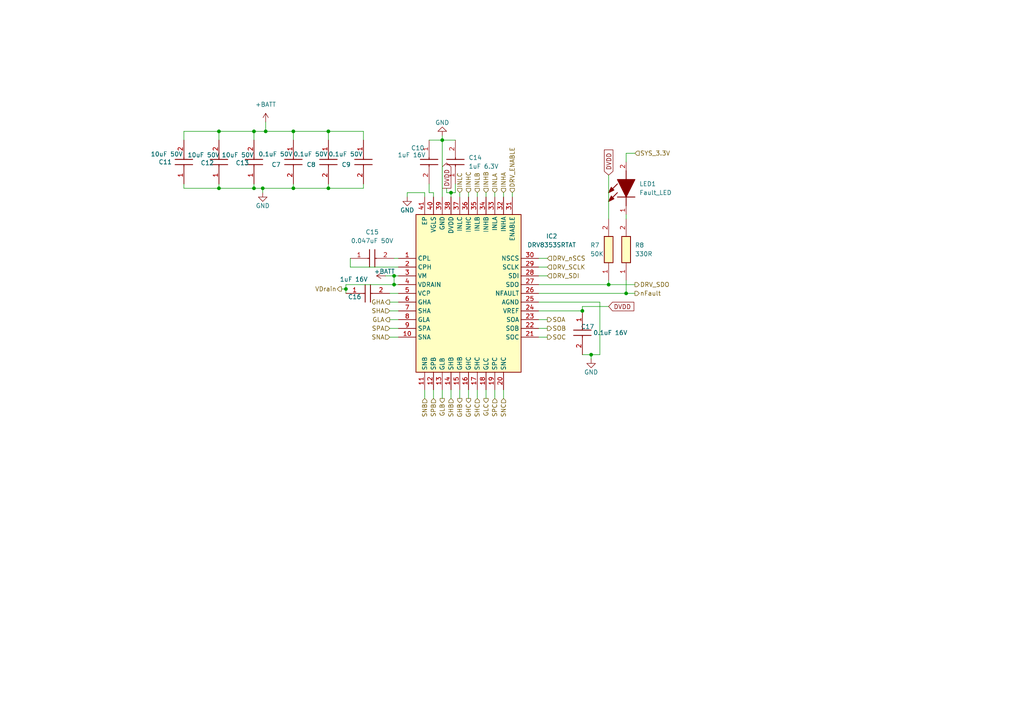
<source format=kicad_sch>
(kicad_sch
	(version 20250114)
	(generator "eeschema")
	(generator_version "9.0")
	(uuid "9640cb2e-f538-4439-8f3b-d586ba5319ef")
	(paper "A4")
	(title_block
		(title "DRV8353s")
	)
	(lib_symbols
		(symbol "SamacSys_Parts:0603YC104K4T4A"
			(pin_names
				(hide yes)
			)
			(exclude_from_sim no)
			(in_bom yes)
			(on_board yes)
			(property "Reference" "C"
				(at 8.89 6.35 0)
				(effects
					(font
						(size 1.27 1.27)
					)
					(justify left top)
				)
			)
			(property "Value" "0603YC104K4T4A"
				(at 8.89 3.81 0)
				(effects
					(font
						(size 1.27 1.27)
					)
					(justify left top)
				)
			)
			(property "Footprint" "CAPC1608X90N"
				(at 8.89 -96.19 0)
				(effects
					(font
						(size 1.27 1.27)
					)
					(justify left top)
					(hide yes)
				)
			)
			(property "Datasheet" "https://componentsearchengine.com/Datasheets/1/06031A100FAT2A.pdf"
				(at 8.89 -196.19 0)
				(effects
					(font
						(size 1.27 1.27)
					)
					(justify left top)
					(hide yes)
				)
			)
			(property "Description" "Multilayer Ceramic Capacitors MLCC - SMD/SMT 0.1uF 16volts 10% X7R"
				(at 0 0 0)
				(effects
					(font
						(size 1.27 1.27)
					)
					(hide yes)
				)
			)
			(property "Height" "0.9"
				(at 8.89 -396.19 0)
				(effects
					(font
						(size 1.27 1.27)
					)
					(justify left top)
					(hide yes)
				)
			)
			(property "Mouser Part Number" "581-0603YC104K4T4A"
				(at 8.89 -496.19 0)
				(effects
					(font
						(size 1.27 1.27)
					)
					(justify left top)
					(hide yes)
				)
			)
			(property "Mouser Price/Stock" "https://www.mouser.co.uk/ProductDetail/KYOCERA-AVX/0603YC104K4T4A?qs=Cej1j9ztgjEkPqVJkA4Bng%3D%3D"
				(at 8.89 -596.19 0)
				(effects
					(font
						(size 1.27 1.27)
					)
					(justify left top)
					(hide yes)
				)
			)
			(property "Manufacturer_Name" "Kyocera AVX"
				(at 8.89 -696.19 0)
				(effects
					(font
						(size 1.27 1.27)
					)
					(justify left top)
					(hide yes)
				)
			)
			(property "Manufacturer_Part_Number" "0603YC104K4T4A"
				(at 8.89 -796.19 0)
				(effects
					(font
						(size 1.27 1.27)
					)
					(justify left top)
					(hide yes)
				)
			)
			(symbol "0603YC104K4T4A_1_1"
				(polyline
					(pts
						(xy 5.08 0) (xy 5.588 0)
					)
					(stroke
						(width 0.254)
						(type default)
					)
					(fill
						(type none)
					)
				)
				(polyline
					(pts
						(xy 5.588 2.54) (xy 5.588 -2.54)
					)
					(stroke
						(width 0.254)
						(type default)
					)
					(fill
						(type none)
					)
				)
				(polyline
					(pts
						(xy 7.112 2.54) (xy 7.112 -2.54)
					)
					(stroke
						(width 0.254)
						(type default)
					)
					(fill
						(type none)
					)
				)
				(polyline
					(pts
						(xy 7.112 0) (xy 7.62 0)
					)
					(stroke
						(width 0.254)
						(type default)
					)
					(fill
						(type none)
					)
				)
				(pin passive line
					(at 0 0 0)
					(length 5.08)
					(name "1"
						(effects
							(font
								(size 1.27 1.27)
							)
						)
					)
					(number "1"
						(effects
							(font
								(size 1.27 1.27)
							)
						)
					)
				)
				(pin passive line
					(at 12.7 0 180)
					(length 5.08)
					(name "2"
						(effects
							(font
								(size 1.27 1.27)
							)
						)
					)
					(number "2"
						(effects
							(font
								(size 1.27 1.27)
							)
						)
					)
				)
			)
			(embedded_fonts no)
		)
		(symbol "SamacSys_Parts:AC0603KPX7R9BB473"
			(pin_names
				(hide yes)
			)
			(exclude_from_sim no)
			(in_bom yes)
			(on_board yes)
			(property "Reference" "C"
				(at 8.89 6.35 0)
				(effects
					(font
						(size 1.27 1.27)
					)
					(justify left top)
				)
			)
			(property "Value" "AC0603KPX7R9BB473"
				(at 8.89 3.81 0)
				(effects
					(font
						(size 1.27 1.27)
					)
					(justify left top)
				)
			)
			(property "Footprint" "CAPC1608X90N"
				(at 8.89 -96.19 0)
				(effects
					(font
						(size 1.27 1.27)
					)
					(justify left top)
					(hide yes)
				)
			)
			(property "Datasheet" "https://www.yageo.com/upload/media/product/productsearch/datasheet/mlcc/UPY-AC_NP0X7RX7S_6.3V-to-2KV_19.pdf"
				(at 8.89 -196.19 0)
				(effects
					(font
						(size 1.27 1.27)
					)
					(justify left top)
					(hide yes)
				)
			)
			(property "Description" "Multilayer Ceramic Capacitors MLCC - SMD/SMT 50V 0.047uF X7R 0603 10% AEC-Q200"
				(at 0 0 0)
				(effects
					(font
						(size 1.27 1.27)
					)
					(hide yes)
				)
			)
			(property "Height" "0.9"
				(at 8.89 -396.19 0)
				(effects
					(font
						(size 1.27 1.27)
					)
					(justify left top)
					(hide yes)
				)
			)
			(property "Mouser Part Number" "603-AC603KPX7R9BB473"
				(at 8.89 -496.19 0)
				(effects
					(font
						(size 1.27 1.27)
					)
					(justify left top)
					(hide yes)
				)
			)
			(property "Mouser Price/Stock" "https://www.mouser.co.uk/ProductDetail/YAGEO/AC0603KPX7R9BB473?qs=A6eO%252BMLsxmQR%252BGuuoVGLIQ%3D%3D"
				(at 8.89 -596.19 0)
				(effects
					(font
						(size 1.27 1.27)
					)
					(justify left top)
					(hide yes)
				)
			)
			(property "Manufacturer_Name" "YAGEO"
				(at 8.89 -696.19 0)
				(effects
					(font
						(size 1.27 1.27)
					)
					(justify left top)
					(hide yes)
				)
			)
			(property "Manufacturer_Part_Number" "AC0603KPX7R9BB473"
				(at 8.89 -796.19 0)
				(effects
					(font
						(size 1.27 1.27)
					)
					(justify left top)
					(hide yes)
				)
			)
			(symbol "AC0603KPX7R9BB473_1_1"
				(polyline
					(pts
						(xy 5.08 0) (xy 5.588 0)
					)
					(stroke
						(width 0.254)
						(type default)
					)
					(fill
						(type none)
					)
				)
				(polyline
					(pts
						(xy 5.588 2.54) (xy 5.588 -2.54)
					)
					(stroke
						(width 0.254)
						(type default)
					)
					(fill
						(type none)
					)
				)
				(polyline
					(pts
						(xy 7.112 2.54) (xy 7.112 -2.54)
					)
					(stroke
						(width 0.254)
						(type default)
					)
					(fill
						(type none)
					)
				)
				(polyline
					(pts
						(xy 7.112 0) (xy 7.62 0)
					)
					(stroke
						(width 0.254)
						(type default)
					)
					(fill
						(type none)
					)
				)
				(pin passive line
					(at 0 0 0)
					(length 5.08)
					(name "1"
						(effects
							(font
								(size 1.27 1.27)
							)
						)
					)
					(number "1"
						(effects
							(font
								(size 1.27 1.27)
							)
						)
					)
				)
				(pin passive line
					(at 12.7 0 180)
					(length 5.08)
					(name "2"
						(effects
							(font
								(size 1.27 1.27)
							)
						)
					)
					(number "2"
						(effects
							(font
								(size 1.27 1.27)
							)
						)
					)
				)
			)
			(embedded_fonts no)
		)
		(symbol "SamacSys_Parts:DRV8353SRTAT"
			(exclude_from_sim no)
			(in_bom yes)
			(on_board yes)
			(property "Reference" "IC"
				(at 36.83 17.78 0)
				(effects
					(font
						(size 1.27 1.27)
					)
					(justify left top)
				)
			)
			(property "Value" "DRV8353SRTAT"
				(at 36.83 15.24 0)
				(effects
					(font
						(size 1.27 1.27)
					)
					(justify left top)
				)
			)
			(property "Footprint" "QFN50P600X600X80-41N-D"
				(at 36.83 -84.76 0)
				(effects
					(font
						(size 1.27 1.27)
					)
					(justify left top)
					(hide yes)
				)
			)
			(property "Datasheet" "https://www.ti.com/lit/ds/symlink/drv8353.pdf?ts=1755360188711&ref_url=https%253A%252F%252Fwww.mouser.fr%252F"
				(at 36.83 -184.76 0)
				(effects
					(font
						(size 1.27 1.27)
					)
					(justify left top)
					(hide yes)
				)
			)
			(property "Description" "Motor / Motion / Ignition Controllers & Drivers 102-V max 3-phase sm art gate driver with A 595-DRV8353SRTAR"
				(at 0 0 0)
				(effects
					(font
						(size 1.27 1.27)
					)
					(hide yes)
				)
			)
			(property "Height" "0.8"
				(at 36.83 -384.76 0)
				(effects
					(font
						(size 1.27 1.27)
					)
					(justify left top)
					(hide yes)
				)
			)
			(property "Mouser Part Number" "595-DRV8353SRTAT"
				(at 36.83 -484.76 0)
				(effects
					(font
						(size 1.27 1.27)
					)
					(justify left top)
					(hide yes)
				)
			)
			(property "Mouser Price/Stock" "https://www.mouser.co.uk/ProductDetail/Texas-Instruments/DRV8353SRTAT?qs=lc2O%252BfHJPVb4iv53embeiA%3D%3D"
				(at 36.83 -584.76 0)
				(effects
					(font
						(size 1.27 1.27)
					)
					(justify left top)
					(hide yes)
				)
			)
			(property "Manufacturer_Name" "Texas Instruments"
				(at 36.83 -684.76 0)
				(effects
					(font
						(size 1.27 1.27)
					)
					(justify left top)
					(hide yes)
				)
			)
			(property "Manufacturer_Part_Number" "DRV8353SRTAT"
				(at 36.83 -784.76 0)
				(effects
					(font
						(size 1.27 1.27)
					)
					(justify left top)
					(hide yes)
				)
			)
			(symbol "DRV8353SRTAT_1_1"
				(rectangle
					(start 5.08 12.7)
					(end 35.56 -33.02)
					(stroke
						(width 0.254)
						(type default)
					)
					(fill
						(type background)
					)
				)
				(pin passive line
					(at 0 0 0)
					(length 5.08)
					(name "CPL"
						(effects
							(font
								(size 1.27 1.27)
							)
						)
					)
					(number "1"
						(effects
							(font
								(size 1.27 1.27)
							)
						)
					)
				)
				(pin passive line
					(at 0 -2.54 0)
					(length 5.08)
					(name "CPH"
						(effects
							(font
								(size 1.27 1.27)
							)
						)
					)
					(number "2"
						(effects
							(font
								(size 1.27 1.27)
							)
						)
					)
				)
				(pin passive line
					(at 0 -5.08 0)
					(length 5.08)
					(name "VM"
						(effects
							(font
								(size 1.27 1.27)
							)
						)
					)
					(number "3"
						(effects
							(font
								(size 1.27 1.27)
							)
						)
					)
				)
				(pin passive line
					(at 0 -7.62 0)
					(length 5.08)
					(name "VDRAIN"
						(effects
							(font
								(size 1.27 1.27)
							)
						)
					)
					(number "4"
						(effects
							(font
								(size 1.27 1.27)
							)
						)
					)
				)
				(pin passive line
					(at 0 -10.16 0)
					(length 5.08)
					(name "VCP"
						(effects
							(font
								(size 1.27 1.27)
							)
						)
					)
					(number "5"
						(effects
							(font
								(size 1.27 1.27)
							)
						)
					)
				)
				(pin passive line
					(at 0 -12.7 0)
					(length 5.08)
					(name "GHA"
						(effects
							(font
								(size 1.27 1.27)
							)
						)
					)
					(number "6"
						(effects
							(font
								(size 1.27 1.27)
							)
						)
					)
				)
				(pin passive line
					(at 0 -15.24 0)
					(length 5.08)
					(name "SHA"
						(effects
							(font
								(size 1.27 1.27)
							)
						)
					)
					(number "7"
						(effects
							(font
								(size 1.27 1.27)
							)
						)
					)
				)
				(pin passive line
					(at 0 -17.78 0)
					(length 5.08)
					(name "GLA"
						(effects
							(font
								(size 1.27 1.27)
							)
						)
					)
					(number "8"
						(effects
							(font
								(size 1.27 1.27)
							)
						)
					)
				)
				(pin passive line
					(at 0 -20.32 0)
					(length 5.08)
					(name "SPA"
						(effects
							(font
								(size 1.27 1.27)
							)
						)
					)
					(number "9"
						(effects
							(font
								(size 1.27 1.27)
							)
						)
					)
				)
				(pin passive line
					(at 0 -22.86 0)
					(length 5.08)
					(name "SNA"
						(effects
							(font
								(size 1.27 1.27)
							)
						)
					)
					(number "10"
						(effects
							(font
								(size 1.27 1.27)
							)
						)
					)
				)
				(pin passive line
					(at 7.62 17.78 270)
					(length 5.08)
					(name "EP"
						(effects
							(font
								(size 1.27 1.27)
							)
						)
					)
					(number "41"
						(effects
							(font
								(size 1.27 1.27)
							)
						)
					)
				)
				(pin passive line
					(at 7.62 -38.1 90)
					(length 5.08)
					(name "SNB"
						(effects
							(font
								(size 1.27 1.27)
							)
						)
					)
					(number "11"
						(effects
							(font
								(size 1.27 1.27)
							)
						)
					)
				)
				(pin passive line
					(at 10.16 17.78 270)
					(length 5.08)
					(name "VGLS"
						(effects
							(font
								(size 1.27 1.27)
							)
						)
					)
					(number "40"
						(effects
							(font
								(size 1.27 1.27)
							)
						)
					)
				)
				(pin passive line
					(at 10.16 -38.1 90)
					(length 5.08)
					(name "SPB"
						(effects
							(font
								(size 1.27 1.27)
							)
						)
					)
					(number "12"
						(effects
							(font
								(size 1.27 1.27)
							)
						)
					)
				)
				(pin passive line
					(at 12.7 17.78 270)
					(length 5.08)
					(name "GND"
						(effects
							(font
								(size 1.27 1.27)
							)
						)
					)
					(number "39"
						(effects
							(font
								(size 1.27 1.27)
							)
						)
					)
				)
				(pin passive line
					(at 12.7 -38.1 90)
					(length 5.08)
					(name "GLB"
						(effects
							(font
								(size 1.27 1.27)
							)
						)
					)
					(number "13"
						(effects
							(font
								(size 1.27 1.27)
							)
						)
					)
				)
				(pin passive line
					(at 15.24 17.78 270)
					(length 5.08)
					(name "DVDD"
						(effects
							(font
								(size 1.27 1.27)
							)
						)
					)
					(number "38"
						(effects
							(font
								(size 1.27 1.27)
							)
						)
					)
				)
				(pin passive line
					(at 15.24 -38.1 90)
					(length 5.08)
					(name "SHB"
						(effects
							(font
								(size 1.27 1.27)
							)
						)
					)
					(number "14"
						(effects
							(font
								(size 1.27 1.27)
							)
						)
					)
				)
				(pin passive line
					(at 17.78 17.78 270)
					(length 5.08)
					(name "INLC"
						(effects
							(font
								(size 1.27 1.27)
							)
						)
					)
					(number "37"
						(effects
							(font
								(size 1.27 1.27)
							)
						)
					)
				)
				(pin passive line
					(at 17.78 -38.1 90)
					(length 5.08)
					(name "GHB"
						(effects
							(font
								(size 1.27 1.27)
							)
						)
					)
					(number "15"
						(effects
							(font
								(size 1.27 1.27)
							)
						)
					)
				)
				(pin passive line
					(at 20.32 17.78 270)
					(length 5.08)
					(name "INHC"
						(effects
							(font
								(size 1.27 1.27)
							)
						)
					)
					(number "36"
						(effects
							(font
								(size 1.27 1.27)
							)
						)
					)
				)
				(pin passive line
					(at 20.32 -38.1 90)
					(length 5.08)
					(name "GHC"
						(effects
							(font
								(size 1.27 1.27)
							)
						)
					)
					(number "16"
						(effects
							(font
								(size 1.27 1.27)
							)
						)
					)
				)
				(pin passive line
					(at 22.86 17.78 270)
					(length 5.08)
					(name "INLB"
						(effects
							(font
								(size 1.27 1.27)
							)
						)
					)
					(number "35"
						(effects
							(font
								(size 1.27 1.27)
							)
						)
					)
				)
				(pin passive line
					(at 22.86 -38.1 90)
					(length 5.08)
					(name "SHC"
						(effects
							(font
								(size 1.27 1.27)
							)
						)
					)
					(number "17"
						(effects
							(font
								(size 1.27 1.27)
							)
						)
					)
				)
				(pin passive line
					(at 25.4 17.78 270)
					(length 5.08)
					(name "INHB"
						(effects
							(font
								(size 1.27 1.27)
							)
						)
					)
					(number "34"
						(effects
							(font
								(size 1.27 1.27)
							)
						)
					)
				)
				(pin passive line
					(at 25.4 -38.1 90)
					(length 5.08)
					(name "GLC"
						(effects
							(font
								(size 1.27 1.27)
							)
						)
					)
					(number "18"
						(effects
							(font
								(size 1.27 1.27)
							)
						)
					)
				)
				(pin passive line
					(at 27.94 17.78 270)
					(length 5.08)
					(name "INLA"
						(effects
							(font
								(size 1.27 1.27)
							)
						)
					)
					(number "33"
						(effects
							(font
								(size 1.27 1.27)
							)
						)
					)
				)
				(pin passive line
					(at 27.94 -38.1 90)
					(length 5.08)
					(name "SPC"
						(effects
							(font
								(size 1.27 1.27)
							)
						)
					)
					(number "19"
						(effects
							(font
								(size 1.27 1.27)
							)
						)
					)
				)
				(pin passive line
					(at 30.48 17.78 270)
					(length 5.08)
					(name "INHA"
						(effects
							(font
								(size 1.27 1.27)
							)
						)
					)
					(number "32"
						(effects
							(font
								(size 1.27 1.27)
							)
						)
					)
				)
				(pin passive line
					(at 30.48 -38.1 90)
					(length 5.08)
					(name "SNC"
						(effects
							(font
								(size 1.27 1.27)
							)
						)
					)
					(number "20"
						(effects
							(font
								(size 1.27 1.27)
							)
						)
					)
				)
				(pin passive line
					(at 33.02 17.78 270)
					(length 5.08)
					(name "ENABLE"
						(effects
							(font
								(size 1.27 1.27)
							)
						)
					)
					(number "31"
						(effects
							(font
								(size 1.27 1.27)
							)
						)
					)
				)
				(pin passive line
					(at 40.64 0 180)
					(length 5.08)
					(name "NSCS"
						(effects
							(font
								(size 1.27 1.27)
							)
						)
					)
					(number "30"
						(effects
							(font
								(size 1.27 1.27)
							)
						)
					)
				)
				(pin passive line
					(at 40.64 -2.54 180)
					(length 5.08)
					(name "SCLK"
						(effects
							(font
								(size 1.27 1.27)
							)
						)
					)
					(number "29"
						(effects
							(font
								(size 1.27 1.27)
							)
						)
					)
				)
				(pin passive line
					(at 40.64 -5.08 180)
					(length 5.08)
					(name "SDI"
						(effects
							(font
								(size 1.27 1.27)
							)
						)
					)
					(number "28"
						(effects
							(font
								(size 1.27 1.27)
							)
						)
					)
				)
				(pin passive line
					(at 40.64 -7.62 180)
					(length 5.08)
					(name "SDO"
						(effects
							(font
								(size 1.27 1.27)
							)
						)
					)
					(number "27"
						(effects
							(font
								(size 1.27 1.27)
							)
						)
					)
				)
				(pin passive line
					(at 40.64 -10.16 180)
					(length 5.08)
					(name "NFAULT"
						(effects
							(font
								(size 1.27 1.27)
							)
						)
					)
					(number "26"
						(effects
							(font
								(size 1.27 1.27)
							)
						)
					)
				)
				(pin passive line
					(at 40.64 -12.7 180)
					(length 5.08)
					(name "AGND"
						(effects
							(font
								(size 1.27 1.27)
							)
						)
					)
					(number "25"
						(effects
							(font
								(size 1.27 1.27)
							)
						)
					)
				)
				(pin passive line
					(at 40.64 -15.24 180)
					(length 5.08)
					(name "VREF"
						(effects
							(font
								(size 1.27 1.27)
							)
						)
					)
					(number "24"
						(effects
							(font
								(size 1.27 1.27)
							)
						)
					)
				)
				(pin passive line
					(at 40.64 -17.78 180)
					(length 5.08)
					(name "SOA"
						(effects
							(font
								(size 1.27 1.27)
							)
						)
					)
					(number "23"
						(effects
							(font
								(size 1.27 1.27)
							)
						)
					)
				)
				(pin passive line
					(at 40.64 -20.32 180)
					(length 5.08)
					(name "SOB"
						(effects
							(font
								(size 1.27 1.27)
							)
						)
					)
					(number "22"
						(effects
							(font
								(size 1.27 1.27)
							)
						)
					)
				)
				(pin passive line
					(at 40.64 -22.86 180)
					(length 5.08)
					(name "SOC"
						(effects
							(font
								(size 1.27 1.27)
							)
						)
					)
					(number "21"
						(effects
							(font
								(size 1.27 1.27)
							)
						)
					)
				)
			)
			(embedded_fonts no)
		)
		(symbol "SamacSys_Parts:JMK105BJ105KV-F"
			(pin_names
				(hide yes)
			)
			(exclude_from_sim no)
			(in_bom yes)
			(on_board yes)
			(property "Reference" "C"
				(at 8.89 6.35 0)
				(effects
					(font
						(size 1.27 1.27)
					)
					(justify left top)
				)
			)
			(property "Value" "JMK105BJ105KV-F"
				(at 8.89 3.81 0)
				(effects
					(font
						(size 1.27 1.27)
					)
					(justify left top)
				)
			)
			(property "Footprint" "CAPC1005X55N"
				(at 8.89 -96.19 0)
				(effects
					(font
						(size 1.27 1.27)
					)
					(justify left top)
					(hide yes)
				)
			)
			(property "Datasheet" "https://datasheet.datasheetarchive.com/originals/distributors/Datasheets-DGA20/25674.pdf"
				(at 8.89 -196.19 0)
				(effects
					(font
						(size 1.27 1.27)
					)
					(justify left top)
					(hide yes)
				)
			)
			(property "Description" "Multilayer Ceramic Capacitors MLCC - SMD/SMT 1uF 6.3V X5R +/-10% 0402 Gen Purp"
				(at 0 0 0)
				(effects
					(font
						(size 1.27 1.27)
					)
					(hide yes)
				)
			)
			(property "Height" "0.55"
				(at 8.89 -396.19 0)
				(effects
					(font
						(size 1.27 1.27)
					)
					(justify left top)
					(hide yes)
				)
			)
			(property "Mouser Part Number" "963-JMK105BJ105KV-F"
				(at 8.89 -496.19 0)
				(effects
					(font
						(size 1.27 1.27)
					)
					(justify left top)
					(hide yes)
				)
			)
			(property "Mouser Price/Stock" "https://www.mouser.co.uk/ProductDetail/TAIYO-YUDEN/JMK105BJ105KV-F?qs=I6KAKw0tg2yJ6Hx%2Fbib9CA%3D%3D"
				(at 8.89 -596.19 0)
				(effects
					(font
						(size 1.27 1.27)
					)
					(justify left top)
					(hide yes)
				)
			)
			(property "Manufacturer_Name" "TAIYO YUDEN"
				(at 8.89 -696.19 0)
				(effects
					(font
						(size 1.27 1.27)
					)
					(justify left top)
					(hide yes)
				)
			)
			(property "Manufacturer_Part_Number" "JMK105BJ105KV-F"
				(at 8.89 -796.19 0)
				(effects
					(font
						(size 1.27 1.27)
					)
					(justify left top)
					(hide yes)
				)
			)
			(symbol "JMK105BJ105KV-F_1_1"
				(polyline
					(pts
						(xy 5.08 0) (xy 5.588 0)
					)
					(stroke
						(width 0.254)
						(type default)
					)
					(fill
						(type none)
					)
				)
				(polyline
					(pts
						(xy 5.588 2.54) (xy 5.588 -2.54)
					)
					(stroke
						(width 0.254)
						(type default)
					)
					(fill
						(type none)
					)
				)
				(polyline
					(pts
						(xy 7.112 2.54) (xy 7.112 -2.54)
					)
					(stroke
						(width 0.254)
						(type default)
					)
					(fill
						(type none)
					)
				)
				(polyline
					(pts
						(xy 7.112 0) (xy 7.62 0)
					)
					(stroke
						(width 0.254)
						(type default)
					)
					(fill
						(type none)
					)
				)
				(pin passive line
					(at 0 0 0)
					(length 5.08)
					(name "1"
						(effects
							(font
								(size 1.27 1.27)
							)
						)
					)
					(number "1"
						(effects
							(font
								(size 1.27 1.27)
							)
						)
					)
				)
				(pin passive line
					(at 12.7 0 180)
					(length 5.08)
					(name "2"
						(effects
							(font
								(size 1.27 1.27)
							)
						)
					)
					(number "2"
						(effects
							(font
								(size 1.27 1.27)
							)
						)
					)
				)
			)
			(embedded_fonts no)
		)
		(symbol "SamacSys_Parts:KAM21BR71H104JT"
			(pin_names
				(hide yes)
			)
			(exclude_from_sim no)
			(in_bom yes)
			(on_board yes)
			(property "Reference" "C"
				(at 8.89 6.35 0)
				(effects
					(font
						(size 1.27 1.27)
					)
					(justify left top)
				)
			)
			(property "Value" "KAM21BR71H104JT"
				(at 8.89 3.81 0)
				(effects
					(font
						(size 1.27 1.27)
					)
					(justify left top)
				)
			)
			(property "Footprint" "CAPC2012X94N"
				(at 8.89 -96.19 0)
				(effects
					(font
						(size 1.27 1.27)
					)
					(justify left top)
					(hide yes)
				)
			)
			(property "Datasheet" "https://spicat.kyocera-avx.com/product/mlcc/chartview/KAM21BR71H104JT/DataSheet/X7R"
				(at 8.89 -196.19 0)
				(effects
					(font
						(size 1.27 1.27)
					)
					(justify left top)
					(hide yes)
				)
			)
			(property "Description" "Multilayer Ceramic Capacitors MLCC - SMD/SMT 50V .1uF X7R 0805 5% AEC-Q200"
				(at 0 0 0)
				(effects
					(font
						(size 1.27 1.27)
					)
					(hide yes)
				)
			)
			(property "Height" "0.94"
				(at 8.89 -396.19 0)
				(effects
					(font
						(size 1.27 1.27)
					)
					(justify left top)
					(hide yes)
				)
			)
			(property "Mouser Part Number" "581-KAM21BR71H104JT"
				(at 8.89 -496.19 0)
				(effects
					(font
						(size 1.27 1.27)
					)
					(justify left top)
					(hide yes)
				)
			)
			(property "Mouser Price/Stock" "https://www.mouser.co.uk/ProductDetail/KYOCERA-AVX/KAM21BR71H104JT?qs=Jm2GQyTW%2Fbic6Zk4McEt6w%3D%3D"
				(at 8.89 -596.19 0)
				(effects
					(font
						(size 1.27 1.27)
					)
					(justify left top)
					(hide yes)
				)
			)
			(property "Manufacturer_Name" "Kyocera AVX"
				(at 8.89 -696.19 0)
				(effects
					(font
						(size 1.27 1.27)
					)
					(justify left top)
					(hide yes)
				)
			)
			(property "Manufacturer_Part_Number" "KAM21BR71H104JT"
				(at 8.89 -796.19 0)
				(effects
					(font
						(size 1.27 1.27)
					)
					(justify left top)
					(hide yes)
				)
			)
			(symbol "KAM21BR71H104JT_1_1"
				(polyline
					(pts
						(xy 5.08 0) (xy 5.588 0)
					)
					(stroke
						(width 0.254)
						(type default)
					)
					(fill
						(type none)
					)
				)
				(polyline
					(pts
						(xy 5.588 2.54) (xy 5.588 -2.54)
					)
					(stroke
						(width 0.254)
						(type default)
					)
					(fill
						(type none)
					)
				)
				(polyline
					(pts
						(xy 7.112 2.54) (xy 7.112 -2.54)
					)
					(stroke
						(width 0.254)
						(type default)
					)
					(fill
						(type none)
					)
				)
				(polyline
					(pts
						(xy 7.112 0) (xy 7.62 0)
					)
					(stroke
						(width 0.254)
						(type default)
					)
					(fill
						(type none)
					)
				)
				(pin passive line
					(at 0 0 0)
					(length 5.08)
					(name "1"
						(effects
							(font
								(size 1.27 1.27)
							)
						)
					)
					(number "1"
						(effects
							(font
								(size 1.27 1.27)
							)
						)
					)
				)
				(pin passive line
					(at 12.7 0 180)
					(length 5.08)
					(name "2"
						(effects
							(font
								(size 1.27 1.27)
							)
						)
					)
					(number "2"
						(effects
							(font
								(size 1.27 1.27)
							)
						)
					)
				)
			)
			(embedded_fonts no)
		)
		(symbol "SamacSys_Parts:KGM21AR71C105JU"
			(pin_names
				(hide yes)
			)
			(exclude_from_sim no)
			(in_bom yes)
			(on_board yes)
			(property "Reference" "C"
				(at 8.89 6.35 0)
				(effects
					(font
						(size 1.27 1.27)
					)
					(justify left top)
				)
			)
			(property "Value" "KGM21AR71C105JU"
				(at 8.89 3.81 0)
				(effects
					(font
						(size 1.27 1.27)
					)
					(justify left top)
				)
			)
			(property "Footprint" "CAPC2012X145N"
				(at 8.89 -96.19 0)
				(effects
					(font
						(size 1.27 1.27)
					)
					(justify left top)
					(hide yes)
				)
			)
			(property "Datasheet" "https://www.mouser.in/datasheet/2/40/KGM_X7R-3223212.pdf"
				(at 8.89 -196.19 0)
				(effects
					(font
						(size 1.27 1.27)
					)
					(justify left top)
					(hide yes)
				)
			)
			(property "Description" "Multilayer Ceramic Capacitors MLCC - SMD/SMT 16V 1uF X7R 0805 5%"
				(at 0 0 0)
				(effects
					(font
						(size 1.27 1.27)
					)
					(hide yes)
				)
			)
			(property "Height" "1.45"
				(at 8.89 -396.19 0)
				(effects
					(font
						(size 1.27 1.27)
					)
					(justify left top)
					(hide yes)
				)
			)
			(property "Mouser Part Number" "581-KGM21AR71C105JU"
				(at 8.89 -496.19 0)
				(effects
					(font
						(size 1.27 1.27)
					)
					(justify left top)
					(hide yes)
				)
			)
			(property "Mouser Price/Stock" "https://www.mouser.co.uk/ProductDetail/KYOCERA-AVX/KGM21AR71C105JU?qs=Jm2GQyTW%2FbgRn%252Bi87%2FZsQQ%3D%3D"
				(at 8.89 -596.19 0)
				(effects
					(font
						(size 1.27 1.27)
					)
					(justify left top)
					(hide yes)
				)
			)
			(property "Manufacturer_Name" "Kyocera AVX"
				(at 8.89 -696.19 0)
				(effects
					(font
						(size 1.27 1.27)
					)
					(justify left top)
					(hide yes)
				)
			)
			(property "Manufacturer_Part_Number" "KGM21AR71C105JU"
				(at 8.89 -796.19 0)
				(effects
					(font
						(size 1.27 1.27)
					)
					(justify left top)
					(hide yes)
				)
			)
			(symbol "KGM21AR71C105JU_1_1"
				(polyline
					(pts
						(xy 5.08 0) (xy 5.588 0)
					)
					(stroke
						(width 0.254)
						(type default)
					)
					(fill
						(type none)
					)
				)
				(polyline
					(pts
						(xy 5.588 2.54) (xy 5.588 -2.54)
					)
					(stroke
						(width 0.254)
						(type default)
					)
					(fill
						(type none)
					)
				)
				(polyline
					(pts
						(xy 7.112 2.54) (xy 7.112 -2.54)
					)
					(stroke
						(width 0.254)
						(type default)
					)
					(fill
						(type none)
					)
				)
				(polyline
					(pts
						(xy 7.112 0) (xy 7.62 0)
					)
					(stroke
						(width 0.254)
						(type default)
					)
					(fill
						(type none)
					)
				)
				(pin passive line
					(at 0 0 0)
					(length 5.08)
					(name "1"
						(effects
							(font
								(size 1.27 1.27)
							)
						)
					)
					(number "1"
						(effects
							(font
								(size 1.27 1.27)
							)
						)
					)
				)
				(pin passive line
					(at 12.7 0 180)
					(length 5.08)
					(name "2"
						(effects
							(font
								(size 1.27 1.27)
							)
						)
					)
					(number "2"
						(effects
							(font
								(size 1.27 1.27)
							)
						)
					)
				)
			)
			(embedded_fonts no)
		)
		(symbol "SamacSys_Parts:KR_EELP41.22-Q1S1-36-A8J8-020-R18"
			(pin_names
				(hide yes)
			)
			(exclude_from_sim no)
			(in_bom yes)
			(on_board yes)
			(property "Reference" "LED"
				(at 12.7 8.89 0)
				(effects
					(font
						(size 1.27 1.27)
					)
					(justify left bottom)
				)
			)
			(property "Value" "KR_EELP41.22-Q1S1-36-A8J8-020-R18"
				(at 12.7 6.35 0)
				(effects
					(font
						(size 1.27 1.27)
					)
					(justify left bottom)
				)
			)
			(property "Footprint" "KREELP4122Q1S136A8J8020R18"
				(at 12.7 -93.65 0)
				(effects
					(font
						(size 1.27 1.27)
					)
					(justify left bottom)
					(hide yes)
				)
			)
			(property "Datasheet" "https://look.ams-osram.com/m/7eda7e8e2ca21691/original/KR-EELP41-22.pdf"
				(at 12.7 -193.65 0)
				(effects
					(font
						(size 1.27 1.27)
					)
					(justify left bottom)
					(hide yes)
				)
			)
			(property "Description" "Red 624nm LED Indication - Discrete 1.95V 0603 (1608 Metric)"
				(at 0 0 0)
				(effects
					(font
						(size 1.27 1.27)
					)
					(hide yes)
				)
			)
			(property "Height" "0.5"
				(at 12.7 -393.65 0)
				(effects
					(font
						(size 1.27 1.27)
					)
					(justify left bottom)
					(hide yes)
				)
			)
			(property "Mouser Part Number" "720-P412Q1S136A8J802"
				(at 12.7 -493.65 0)
				(effects
					(font
						(size 1.27 1.27)
					)
					(justify left bottom)
					(hide yes)
				)
			)
			(property "Mouser Price/Stock" "https://www.mouser.co.uk/ProductDetail/ams-OSRAM/KR-EELP41.22-Q1S1-36-A8J8-020-R18?qs=ZcfC38r4PouTxNZSRl%252Bn6g%3D%3D"
				(at 12.7 -593.65 0)
				(effects
					(font
						(size 1.27 1.27)
					)
					(justify left bottom)
					(hide yes)
				)
			)
			(property "Manufacturer_Name" "ams OSRAM"
				(at 12.7 -693.65 0)
				(effects
					(font
						(size 1.27 1.27)
					)
					(justify left bottom)
					(hide yes)
				)
			)
			(property "Manufacturer_Part_Number" "KR EELP41.22-Q1S1-36-A8J8-020-R18"
				(at 12.7 -793.65 0)
				(effects
					(font
						(size 1.27 1.27)
					)
					(justify left bottom)
					(hide yes)
				)
			)
			(symbol "KR_EELP41.22-Q1S1-36-A8J8-020-R18_1_1"
				(polyline
					(pts
						(xy 2.54 0) (xy 5.08 0)
					)
					(stroke
						(width 0.254)
						(type default)
					)
					(fill
						(type none)
					)
				)
				(polyline
					(pts
						(xy 5.08 2.54) (xy 5.08 -2.54)
					)
					(stroke
						(width 0.254)
						(type default)
					)
					(fill
						(type none)
					)
				)
				(polyline
					(pts
						(xy 5.08 0) (xy 10.16 2.54) (xy 10.16 -2.54) (xy 5.08 0)
					)
					(stroke
						(width 0.254)
						(type default)
					)
					(fill
						(type outline)
					)
				)
				(polyline
					(pts
						(xy 5.334 4.318) (xy 4.572 3.556) (xy 3.81 5.08) (xy 5.334 4.318)
					)
					(stroke
						(width 0.254)
						(type default)
					)
					(fill
						(type outline)
					)
				)
				(polyline
					(pts
						(xy 6.35 2.54) (xy 3.81 5.08)
					)
					(stroke
						(width 0.254)
						(type default)
					)
					(fill
						(type none)
					)
				)
				(polyline
					(pts
						(xy 7.874 4.318) (xy 7.112 3.556) (xy 6.35 5.08) (xy 7.874 4.318)
					)
					(stroke
						(width 0.254)
						(type default)
					)
					(fill
						(type outline)
					)
				)
				(polyline
					(pts
						(xy 8.89 2.54) (xy 6.35 5.08)
					)
					(stroke
						(width 0.254)
						(type default)
					)
					(fill
						(type none)
					)
				)
				(polyline
					(pts
						(xy 10.16 0) (xy 12.7 0)
					)
					(stroke
						(width 0.254)
						(type default)
					)
					(fill
						(type none)
					)
				)
				(pin passive line
					(at 0 0 0)
					(length 2.54)
					(name "K"
						(effects
							(font
								(size 1.27 1.27)
							)
						)
					)
					(number "1"
						(effects
							(font
								(size 1.27 1.27)
							)
						)
					)
				)
				(pin passive line
					(at 15.24 0 180)
					(length 2.54)
					(name "A"
						(effects
							(font
								(size 1.27 1.27)
							)
						)
					)
					(number "2"
						(effects
							(font
								(size 1.27 1.27)
							)
						)
					)
				)
			)
			(embedded_fonts no)
		)
		(symbol "SamacSys_Parts:MCU08050C3300FP500"
			(pin_names
				(hide yes)
			)
			(exclude_from_sim no)
			(in_bom yes)
			(on_board yes)
			(property "Reference" "R"
				(at 13.97 6.35 0)
				(effects
					(font
						(size 1.27 1.27)
					)
					(justify left top)
				)
			)
			(property "Value" "MCU08050C3300FP500"
				(at 13.97 3.81 0)
				(effects
					(font
						(size 1.27 1.27)
					)
					(justify left top)
				)
			)
			(property "Footprint" "RESC2012X55N"
				(at 13.97 -96.19 0)
				(effects
					(font
						(size 1.27 1.27)
					)
					(justify left top)
					(hide yes)
				)
			)
			(property "Datasheet" "http://www.vishay.com/docs/28705/mcx0x0xpro.pdf"
				(at 13.97 -196.19 0)
				(effects
					(font
						(size 1.27 1.27)
					)
					(justify left top)
					(hide yes)
				)
			)
			(property "Description" "RES SMD 330 OHM 1% 1/5W 0805"
				(at 0 0 0)
				(effects
					(font
						(size 1.27 1.27)
					)
					(hide yes)
				)
			)
			(property "Height" "0.55"
				(at 13.97 -396.19 0)
				(effects
					(font
						(size 1.27 1.27)
					)
					(justify left top)
					(hide yes)
				)
			)
			(property "Mouser Part Number" "594-MCU08050C3300FP5"
				(at 13.97 -496.19 0)
				(effects
					(font
						(size 1.27 1.27)
					)
					(justify left top)
					(hide yes)
				)
			)
			(property "Mouser Price/Stock" "https://www.mouser.co.uk/ProductDetail/Vishay-Beyschlag/MCU08050C3300FP500?qs=hjSuqQECij%252Bru8%252BZTqcyAw%3D%3D"
				(at 13.97 -596.19 0)
				(effects
					(font
						(size 1.27 1.27)
					)
					(justify left top)
					(hide yes)
				)
			)
			(property "Manufacturer_Name" "Vishay"
				(at 13.97 -696.19 0)
				(effects
					(font
						(size 1.27 1.27)
					)
					(justify left top)
					(hide yes)
				)
			)
			(property "Manufacturer_Part_Number" "MCU08050C3300FP500"
				(at 13.97 -796.19 0)
				(effects
					(font
						(size 1.27 1.27)
					)
					(justify left top)
					(hide yes)
				)
			)
			(symbol "MCU08050C3300FP500_1_1"
				(rectangle
					(start 5.08 1.27)
					(end 12.7 -1.27)
					(stroke
						(width 0.254)
						(type default)
					)
					(fill
						(type background)
					)
				)
				(pin passive line
					(at 0 0 0)
					(length 5.08)
					(name "1"
						(effects
							(font
								(size 1.27 1.27)
							)
						)
					)
					(number "1"
						(effects
							(font
								(size 1.27 1.27)
							)
						)
					)
				)
				(pin passive line
					(at 17.78 0 180)
					(length 5.08)
					(name "2"
						(effects
							(font
								(size 1.27 1.27)
							)
						)
					)
					(number "2"
						(effects
							(font
								(size 1.27 1.27)
							)
						)
					)
				)
			)
			(embedded_fonts no)
		)
		(symbol "SamacSys_Parts:RT0603BRD0750KL"
			(pin_names
				(hide yes)
			)
			(exclude_from_sim no)
			(in_bom yes)
			(on_board yes)
			(property "Reference" "R"
				(at 13.97 6.35 0)
				(effects
					(font
						(size 1.27 1.27)
					)
					(justify left top)
				)
			)
			(property "Value" "RT0603BRD0750KL"
				(at 13.97 3.81 0)
				(effects
					(font
						(size 1.27 1.27)
					)
					(justify left top)
				)
			)
			(property "Footprint" "RESC1608X55N"
				(at 13.97 -96.19 0)
				(effects
					(font
						(size 1.27 1.27)
					)
					(justify left top)
					(hide yes)
				)
			)
			(property "Datasheet" "https://componentsearchengine.com/Datasheets/2/RT0603BRD0750KL.pdf"
				(at 13.97 -196.19 0)
				(effects
					(font
						(size 1.27 1.27)
					)
					(justify left top)
					(hide yes)
				)
			)
			(property "Description" "Thin Film Resistors - SMD 50K ohm 0.1% 25 ppm  High-Precision"
				(at 0 0 0)
				(effects
					(font
						(size 1.27 1.27)
					)
					(hide yes)
				)
			)
			(property "Height" "0.55"
				(at 13.97 -396.19 0)
				(effects
					(font
						(size 1.27 1.27)
					)
					(justify left top)
					(hide yes)
				)
			)
			(property "Mouser Part Number" "603-RT0603BRD0750KL"
				(at 13.97 -496.19 0)
				(effects
					(font
						(size 1.27 1.27)
					)
					(justify left top)
					(hide yes)
				)
			)
			(property "Mouser Price/Stock" "https://www.mouser.co.uk/ProductDetail/YAGEO/RT0603BRD0750KL?qs=qpJ%252B%252B%252Bdg6p2%2FJCmrad8NSA%3D%3D"
				(at 13.97 -596.19 0)
				(effects
					(font
						(size 1.27 1.27)
					)
					(justify left top)
					(hide yes)
				)
			)
			(property "Manufacturer_Name" "YAGEO"
				(at 13.97 -696.19 0)
				(effects
					(font
						(size 1.27 1.27)
					)
					(justify left top)
					(hide yes)
				)
			)
			(property "Manufacturer_Part_Number" "RT0603BRD0750KL"
				(at 13.97 -796.19 0)
				(effects
					(font
						(size 1.27 1.27)
					)
					(justify left top)
					(hide yes)
				)
			)
			(symbol "RT0603BRD0750KL_1_1"
				(rectangle
					(start 5.08 1.27)
					(end 12.7 -1.27)
					(stroke
						(width 0.254)
						(type default)
					)
					(fill
						(type background)
					)
				)
				(pin passive line
					(at 0 0 0)
					(length 5.08)
					(name "1"
						(effects
							(font
								(size 1.27 1.27)
							)
						)
					)
					(number "1"
						(effects
							(font
								(size 1.27 1.27)
							)
						)
					)
				)
				(pin passive line
					(at 17.78 0 180)
					(length 5.08)
					(name "2"
						(effects
							(font
								(size 1.27 1.27)
							)
						)
					)
					(number "2"
						(effects
							(font
								(size 1.27 1.27)
							)
						)
					)
				)
			)
			(embedded_fonts no)
		)
		(symbol "SamacSys_Parts:UMK325C7106KM-T"
			(pin_names
				(hide yes)
			)
			(exclude_from_sim no)
			(in_bom yes)
			(on_board yes)
			(property "Reference" "C"
				(at 8.89 6.35 0)
				(effects
					(font
						(size 1.27 1.27)
					)
					(justify left top)
				)
			)
			(property "Value" "UMK325C7106KM-T"
				(at 8.89 3.81 0)
				(effects
					(font
						(size 1.27 1.27)
					)
					(justify left top)
				)
			)
			(property "Footprint" "CAPC3225X270N"
				(at 8.89 -96.19 0)
				(effects
					(font
						(size 1.27 1.27)
					)
					(justify left top)
					(hide yes)
				)
			)
			(property "Datasheet" "https://componentsearchengine.com/Datasheets/1/UMK325C7106KM-T.pdf"
				(at 8.89 -196.19 0)
				(effects
					(font
						(size 1.27 1.27)
					)
					(justify left top)
					(hide yes)
				)
			)
			(property "Description" "Multilayer Ceramic Capacitors MLCC - SMD/SMT 1210 50V 10uF 10% X7S"
				(at 0 0 0)
				(effects
					(font
						(size 1.27 1.27)
					)
					(hide yes)
				)
			)
			(property "Height" "2.7"
				(at 8.89 -396.19 0)
				(effects
					(font
						(size 1.27 1.27)
					)
					(justify left top)
					(hide yes)
				)
			)
			(property "Mouser Part Number" "963-UMK325C7106KM-T"
				(at 8.89 -496.19 0)
				(effects
					(font
						(size 1.27 1.27)
					)
					(justify left top)
					(hide yes)
				)
			)
			(property "Mouser Price/Stock" "https://www.mouser.co.uk/ProductDetail/TAIYO-YUDEN/UMK325C7106KM-T?qs=PzICbMaShUfPIZP%2F%2Fm%2FNew%3D%3D"
				(at 8.89 -596.19 0)
				(effects
					(font
						(size 1.27 1.27)
					)
					(justify left top)
					(hide yes)
				)
			)
			(property "Manufacturer_Name" "TAIYO YUDEN"
				(at 8.89 -696.19 0)
				(effects
					(font
						(size 1.27 1.27)
					)
					(justify left top)
					(hide yes)
				)
			)
			(property "Manufacturer_Part_Number" "UMK325C7106KM-T"
				(at 8.89 -796.19 0)
				(effects
					(font
						(size 1.27 1.27)
					)
					(justify left top)
					(hide yes)
				)
			)
			(symbol "UMK325C7106KM-T_1_1"
				(polyline
					(pts
						(xy 5.08 0) (xy 5.588 0)
					)
					(stroke
						(width 0.254)
						(type default)
					)
					(fill
						(type none)
					)
				)
				(polyline
					(pts
						(xy 5.588 2.54) (xy 5.588 -2.54)
					)
					(stroke
						(width 0.254)
						(type default)
					)
					(fill
						(type none)
					)
				)
				(polyline
					(pts
						(xy 7.112 2.54) (xy 7.112 -2.54)
					)
					(stroke
						(width 0.254)
						(type default)
					)
					(fill
						(type none)
					)
				)
				(polyline
					(pts
						(xy 7.112 0) (xy 7.62 0)
					)
					(stroke
						(width 0.254)
						(type default)
					)
					(fill
						(type none)
					)
				)
				(pin passive line
					(at 0 0 0)
					(length 5.08)
					(name "1"
						(effects
							(font
								(size 1.27 1.27)
							)
						)
					)
					(number "1"
						(effects
							(font
								(size 1.27 1.27)
							)
						)
					)
				)
				(pin passive line
					(at 12.7 0 180)
					(length 5.08)
					(name "2"
						(effects
							(font
								(size 1.27 1.27)
							)
						)
					)
					(number "2"
						(effects
							(font
								(size 1.27 1.27)
							)
						)
					)
				)
			)
			(embedded_fonts no)
		)
		(symbol "power:+BATT"
			(power)
			(pin_numbers
				(hide yes)
			)
			(pin_names
				(offset 0)
				(hide yes)
			)
			(exclude_from_sim no)
			(in_bom yes)
			(on_board yes)
			(property "Reference" "#PWR"
				(at 0 -3.81 0)
				(effects
					(font
						(size 1.27 1.27)
					)
					(hide yes)
				)
			)
			(property "Value" "+BATT"
				(at 0 3.556 0)
				(effects
					(font
						(size 1.27 1.27)
					)
				)
			)
			(property "Footprint" ""
				(at 0 0 0)
				(effects
					(font
						(size 1.27 1.27)
					)
					(hide yes)
				)
			)
			(property "Datasheet" ""
				(at 0 0 0)
				(effects
					(font
						(size 1.27 1.27)
					)
					(hide yes)
				)
			)
			(property "Description" "Power symbol creates a global label with name \"+BATT\""
				(at 0 0 0)
				(effects
					(font
						(size 1.27 1.27)
					)
					(hide yes)
				)
			)
			(property "ki_keywords" "global power battery"
				(at 0 0 0)
				(effects
					(font
						(size 1.27 1.27)
					)
					(hide yes)
				)
			)
			(symbol "+BATT_0_1"
				(polyline
					(pts
						(xy -0.762 1.27) (xy 0 2.54)
					)
					(stroke
						(width 0)
						(type default)
					)
					(fill
						(type none)
					)
				)
				(polyline
					(pts
						(xy 0 2.54) (xy 0.762 1.27)
					)
					(stroke
						(width 0)
						(type default)
					)
					(fill
						(type none)
					)
				)
				(polyline
					(pts
						(xy 0 0) (xy 0 2.54)
					)
					(stroke
						(width 0)
						(type default)
					)
					(fill
						(type none)
					)
				)
			)
			(symbol "+BATT_1_1"
				(pin power_in line
					(at 0 0 90)
					(length 0)
					(name "~"
						(effects
							(font
								(size 1.27 1.27)
							)
						)
					)
					(number "1"
						(effects
							(font
								(size 1.27 1.27)
							)
						)
					)
				)
			)
			(embedded_fonts no)
		)
		(symbol "power:GND"
			(power)
			(pin_numbers
				(hide yes)
			)
			(pin_names
				(offset 0)
				(hide yes)
			)
			(exclude_from_sim no)
			(in_bom yes)
			(on_board yes)
			(property "Reference" "#PWR"
				(at 0 -6.35 0)
				(effects
					(font
						(size 1.27 1.27)
					)
					(hide yes)
				)
			)
			(property "Value" "GND"
				(at 0 -3.81 0)
				(effects
					(font
						(size 1.27 1.27)
					)
				)
			)
			(property "Footprint" ""
				(at 0 0 0)
				(effects
					(font
						(size 1.27 1.27)
					)
					(hide yes)
				)
			)
			(property "Datasheet" ""
				(at 0 0 0)
				(effects
					(font
						(size 1.27 1.27)
					)
					(hide yes)
				)
			)
			(property "Description" "Power symbol creates a global label with name \"GND\" , ground"
				(at 0 0 0)
				(effects
					(font
						(size 1.27 1.27)
					)
					(hide yes)
				)
			)
			(property "ki_keywords" "global power"
				(at 0 0 0)
				(effects
					(font
						(size 1.27 1.27)
					)
					(hide yes)
				)
			)
			(symbol "GND_0_1"
				(polyline
					(pts
						(xy 0 0) (xy 0 -1.27) (xy 1.27 -1.27) (xy 0 -2.54) (xy -1.27 -1.27) (xy 0 -1.27)
					)
					(stroke
						(width 0)
						(type default)
					)
					(fill
						(type none)
					)
				)
			)
			(symbol "GND_1_1"
				(pin power_in line
					(at 0 0 270)
					(length 0)
					(name "~"
						(effects
							(font
								(size 1.27 1.27)
							)
						)
					)
					(number "1"
						(effects
							(font
								(size 1.27 1.27)
							)
						)
					)
				)
			)
			(embedded_fonts no)
		)
	)
	(junction
		(at 114.3 80.01)
		(diameter 0)
		(color 0 0 0 0)
		(uuid "48691df6-c8e9-458f-ab9d-ca7d4d2051bc")
	)
	(junction
		(at 176.53 82.55)
		(diameter 0)
		(color 0 0 0 0)
		(uuid "49064394-6b28-4252-9cc0-11133f7b368d")
	)
	(junction
		(at 95.25 54.61)
		(diameter 0)
		(color 0 0 0 0)
		(uuid "492e0a80-f06a-42ce-97b9-7e7dd58d8dc8")
	)
	(junction
		(at 85.09 38.1)
		(diameter 0)
		(color 0 0 0 0)
		(uuid "642cf5d4-0c83-42db-9e56-92d0423c1069")
	)
	(junction
		(at 63.5 54.61)
		(diameter 0)
		(color 0 0 0 0)
		(uuid "64772a92-a8da-4f08-adaa-215a0f2ffbf2")
	)
	(junction
		(at 73.66 38.1)
		(diameter 0)
		(color 0 0 0 0)
		(uuid "661189e4-bf87-4b3f-83a3-65fb89671c2f")
	)
	(junction
		(at 73.66 54.61)
		(diameter 0)
		(color 0 0 0 0)
		(uuid "7d34ecce-0bad-465f-87ee-4d19cebbde81")
	)
	(junction
		(at 181.61 85.09)
		(diameter 0)
		(color 0 0 0 0)
		(uuid "80c54831-221f-49e5-8d14-660af709d0c7")
	)
	(junction
		(at 128.27 40.64)
		(diameter 0)
		(color 0 0 0 0)
		(uuid "922a5716-6bd9-4484-9449-598258713688")
	)
	(junction
		(at 114.3 82.55)
		(diameter 0)
		(color 0 0 0 0)
		(uuid "9c5e55bc-c8be-46e5-8449-a89fc5223388")
	)
	(junction
		(at 130.81 55.88)
		(diameter 0)
		(color 0 0 0 0)
		(uuid "9d8e0e16-0f65-4b79-bfa1-318f2be59e16")
	)
	(junction
		(at 100.33 83.82)
		(diameter 0)
		(color 0 0 0 0)
		(uuid "a7111da6-9c61-4183-a915-e4e4b0d1eb76")
	)
	(junction
		(at 171.45 102.87)
		(diameter 0)
		(color 0 0 0 0)
		(uuid "af24aa47-72a4-4642-bcac-60909261543b")
	)
	(junction
		(at 85.09 54.61)
		(diameter 0)
		(color 0 0 0 0)
		(uuid "be245dbb-18bb-4ae6-bf3d-aa7544132b5e")
	)
	(junction
		(at 63.5 38.1)
		(diameter 0)
		(color 0 0 0 0)
		(uuid "c8c9b1aa-69ab-45bc-aa57-b9a44d2ee17c")
	)
	(junction
		(at 168.91 90.17)
		(diameter 0)
		(color 0 0 0 0)
		(uuid "ecd2108e-1154-40fd-8b47-cbb65366360a")
	)
	(junction
		(at 77.0547 38.1)
		(diameter 0)
		(color 0 0 0 0)
		(uuid "ee83fe43-eb78-48fb-9a0f-9a388d4b0ec5")
	)
	(junction
		(at 76.2 54.61)
		(diameter 0)
		(color 0 0 0 0)
		(uuid "f5384849-2065-4327-96b5-f57a794853c8")
	)
	(junction
		(at 95.25 38.1)
		(diameter 0)
		(color 0 0 0 0)
		(uuid "f98bab9c-ce3a-442e-9d44-55ed31abb504")
	)
	(wire
		(pts
			(xy 124.46 55.88) (xy 125.73 55.88)
		)
		(stroke
			(width 0)
			(type default)
		)
		(uuid "0064e50e-f44f-44bb-925a-73944fa3045c")
	)
	(wire
		(pts
			(xy 133.35 113.03) (xy 133.35 115.57)
		)
		(stroke
			(width 0)
			(type default)
		)
		(uuid "032576d1-2fbf-43ee-9119-65ba5d828c0a")
	)
	(wire
		(pts
			(xy 130.81 113.03) (xy 130.81 115.57)
		)
		(stroke
			(width 0)
			(type default)
		)
		(uuid "03605c92-aff1-4e09-bb62-816251e43e17")
	)
	(wire
		(pts
			(xy 95.25 53.34) (xy 95.25 54.61)
		)
		(stroke
			(width 0)
			(type default)
		)
		(uuid "0993461a-f456-48c8-8cb2-cdd14f985de5")
	)
	(wire
		(pts
			(xy 73.66 54.61) (xy 76.2 54.61)
		)
		(stroke
			(width 0)
			(type default)
		)
		(uuid "0be4aa25-5289-45ca-a3d0-4a72e2428549")
	)
	(wire
		(pts
			(xy 63.5 53.34) (xy 63.5 54.61)
		)
		(stroke
			(width 0)
			(type default)
		)
		(uuid "0e35fe65-1a93-4206-bcb9-2847d255cae8")
	)
	(wire
		(pts
			(xy 124.46 53.34) (xy 124.46 55.88)
		)
		(stroke
			(width 0)
			(type default)
		)
		(uuid "12119c1d-9f01-41cf-a626-9880f845436c")
	)
	(wire
		(pts
			(xy 73.66 38.1) (xy 73.66 40.64)
		)
		(stroke
			(width 0)
			(type default)
		)
		(uuid "12c37755-b2c7-4cf4-9a00-46b4205a075c")
	)
	(wire
		(pts
			(xy 171.45 102.87) (xy 171.45 104.14)
		)
		(stroke
			(width 0)
			(type default)
		)
		(uuid "12ce9944-a289-4a0c-9abb-9d9c8b4f498e")
	)
	(wire
		(pts
			(xy 100.33 82.55) (xy 100.33 83.82)
		)
		(stroke
			(width 0)
			(type default)
		)
		(uuid "16ae1ddf-a861-4674-9ba6-d3a569145e66")
	)
	(wire
		(pts
			(xy 111.76 80.01) (xy 114.3 80.01)
		)
		(stroke
			(width 0)
			(type default)
		)
		(uuid "1728592b-cd50-4f00-bf3e-78a68696ae96")
	)
	(wire
		(pts
			(xy 156.21 82.55) (xy 176.53 82.55)
		)
		(stroke
			(width 0)
			(type default)
		)
		(uuid "1881f063-1804-4fc8-b015-e9029166e75b")
	)
	(wire
		(pts
			(xy 181.61 44.45) (xy 181.61 46.99)
		)
		(stroke
			(width 0)
			(type default)
		)
		(uuid "1a496f12-86af-45b9-881b-76814c8420c1")
	)
	(wire
		(pts
			(xy 146.05 55.88) (xy 146.05 57.15)
		)
		(stroke
			(width 0)
			(type default)
		)
		(uuid "1d8fad45-f7be-4439-8d14-8b75116e2ef8")
	)
	(wire
		(pts
			(xy 143.51 55.88) (xy 143.51 57.15)
		)
		(stroke
			(width 0)
			(type default)
		)
		(uuid "2110eda0-6d7e-4214-897d-ae89123b0cc2")
	)
	(wire
		(pts
			(xy 146.05 113.03) (xy 146.05 115.57)
		)
		(stroke
			(width 0)
			(type default)
		)
		(uuid "21a44205-fc58-4aa7-b8cd-6a893a83b4f4")
	)
	(wire
		(pts
			(xy 113.03 92.71) (xy 115.57 92.71)
		)
		(stroke
			(width 0)
			(type default)
		)
		(uuid "24382464-ed0d-4ac3-a96f-6450b780e07b")
	)
	(wire
		(pts
			(xy 156.21 95.25) (xy 158.75 95.25)
		)
		(stroke
			(width 0)
			(type default)
		)
		(uuid "2bdef237-b693-468c-a063-da51c057ac11")
	)
	(wire
		(pts
			(xy 125.73 55.88) (xy 125.73 57.15)
		)
		(stroke
			(width 0)
			(type default)
		)
		(uuid "2fb83786-74e9-4837-891a-3952ec454262")
	)
	(wire
		(pts
			(xy 173.99 87.63) (xy 156.21 87.63)
		)
		(stroke
			(width 0)
			(type default)
		)
		(uuid "3d98f11c-d361-4938-b3aa-0ae4d8cb840d")
	)
	(wire
		(pts
			(xy 63.5 54.61) (xy 73.66 54.61)
		)
		(stroke
			(width 0)
			(type default)
		)
		(uuid "434556a0-f332-4223-ae6a-ff92fd9ecdf0")
	)
	(wire
		(pts
			(xy 123.19 57.15) (xy 123.19 55.88)
		)
		(stroke
			(width 0)
			(type default)
		)
		(uuid "43638caf-db52-4e97-acd6-cb45c6a06bd5")
	)
	(wire
		(pts
			(xy 129.54 54.61) (xy 129.54 55.88)
		)
		(stroke
			(width 0)
			(type default)
		)
		(uuid "4935834a-b65f-467e-b046-b1afc84b0734")
	)
	(wire
		(pts
			(xy 113.03 90.17) (xy 115.57 90.17)
		)
		(stroke
			(width 0)
			(type default)
		)
		(uuid "4aa1a056-67ad-4ad2-b90e-0a0bece0bef3")
	)
	(wire
		(pts
			(xy 140.97 113.03) (xy 140.97 115.57)
		)
		(stroke
			(width 0)
			(type default)
		)
		(uuid "4af82962-373f-483f-aae1-0d3a5f920509")
	)
	(wire
		(pts
			(xy 181.61 62.23) (xy 181.61 63.5)
		)
		(stroke
			(width 0)
			(type default)
		)
		(uuid "50422363-8ff8-444c-832a-f47fad6f332a")
	)
	(wire
		(pts
			(xy 176.53 82.55) (xy 184.15 82.55)
		)
		(stroke
			(width 0)
			(type default)
		)
		(uuid "510da85f-c0a4-456e-be0a-bc17f85203b9")
	)
	(wire
		(pts
			(xy 173.99 102.87) (xy 171.45 102.87)
		)
		(stroke
			(width 0)
			(type default)
		)
		(uuid "52a2a0a2-638d-4e2c-a851-ef980ea6eeb2")
	)
	(wire
		(pts
			(xy 114.3 80.01) (xy 114.3 82.55)
		)
		(stroke
			(width 0)
			(type default)
		)
		(uuid "53be6e3b-3563-4ff8-b62a-c2bd56e349c2")
	)
	(wire
		(pts
			(xy 125.73 113.03) (xy 125.73 115.57)
		)
		(stroke
			(width 0)
			(type default)
		)
		(uuid "5403757e-b6b0-42f6-a1ca-56839717eba8")
	)
	(wire
		(pts
			(xy 156.21 85.09) (xy 181.61 85.09)
		)
		(stroke
			(width 0)
			(type default)
		)
		(uuid "5a241394-d134-4cf3-beae-268dacff148e")
	)
	(wire
		(pts
			(xy 63.5 38.1) (xy 63.5 40.64)
		)
		(stroke
			(width 0)
			(type default)
		)
		(uuid "5d6ea79e-4b87-43d9-87a9-10098d2754cd")
	)
	(wire
		(pts
			(xy 95.25 54.61) (xy 85.09 54.61)
		)
		(stroke
			(width 0)
			(type default)
		)
		(uuid "5e33752b-9a51-4aa4-8393-8688d446680d")
	)
	(wire
		(pts
			(xy 130.81 55.88) (xy 130.81 57.15)
		)
		(stroke
			(width 0)
			(type default)
		)
		(uuid "5f735ee9-5076-45e7-9ea6-979a540ddf53")
	)
	(wire
		(pts
			(xy 132.08 53.34) (xy 132.08 55.88)
		)
		(stroke
			(width 0)
			(type default)
		)
		(uuid "61486957-adf9-42f8-b8e4-557acbb0a9e5")
	)
	(wire
		(pts
			(xy 123.19 113.03) (xy 123.19 115.57)
		)
		(stroke
			(width 0)
			(type default)
		)
		(uuid "6d4a1e52-3590-4b4d-8863-e1548aeb2151")
	)
	(wire
		(pts
			(xy 156.21 90.17) (xy 168.91 90.17)
		)
		(stroke
			(width 0)
			(type default)
		)
		(uuid "6e2814dc-9eaf-4b0e-a1e6-6292cf50da5a")
	)
	(wire
		(pts
			(xy 123.19 55.88) (xy 118.11 55.88)
		)
		(stroke
			(width 0)
			(type default)
		)
		(uuid "721f0768-cce8-471b-a44a-1aadc966f2e4")
	)
	(wire
		(pts
			(xy 181.61 85.09) (xy 184.15 85.09)
		)
		(stroke
			(width 0)
			(type default)
		)
		(uuid "72da4af2-09b3-4637-bc9f-7bc46c1c0eeb")
	)
	(wire
		(pts
			(xy 124.46 40.64) (xy 128.27 40.64)
		)
		(stroke
			(width 0)
			(type default)
		)
		(uuid "7402c9d8-40d2-457f-be57-585ccdd354fc")
	)
	(wire
		(pts
			(xy 156.21 92.71) (xy 158.75 92.71)
		)
		(stroke
			(width 0)
			(type default)
		)
		(uuid "77d35ab5-407f-40f1-b867-639932757276")
	)
	(wire
		(pts
			(xy 100.33 83.82) (xy 100.33 85.09)
		)
		(stroke
			(width 0)
			(type default)
		)
		(uuid "77f2d3b8-687e-441a-bbac-6e62ef9ad6a4")
	)
	(wire
		(pts
			(xy 128.27 40.64) (xy 132.08 40.64)
		)
		(stroke
			(width 0)
			(type default)
		)
		(uuid "7ccdfc7a-2755-4cd7-b485-d6958355b0a4")
	)
	(wire
		(pts
			(xy 114.3 80.01) (xy 115.57 80.01)
		)
		(stroke
			(width 0)
			(type default)
		)
		(uuid "7e9de0ca-093f-407f-84e2-8689e914bf23")
	)
	(wire
		(pts
			(xy 176.53 50.8) (xy 176.53 63.5)
		)
		(stroke
			(width 0)
			(type default)
		)
		(uuid "815a071b-594e-4f79-843b-cd40724e54fb")
	)
	(wire
		(pts
			(xy 99.06 83.82) (xy 100.33 83.82)
		)
		(stroke
			(width 0)
			(type default)
		)
		(uuid "839248f3-dd46-46e8-9ec1-7688993588c4")
	)
	(wire
		(pts
			(xy 77.0547 38.1) (xy 85.09 38.1)
		)
		(stroke
			(width 0)
			(type default)
		)
		(uuid "89a9a8bd-e537-4d33-97c1-d46e0babfdb0")
	)
	(wire
		(pts
			(xy 76.2 55.88) (xy 76.2 54.61)
		)
		(stroke
			(width 0)
			(type default)
		)
		(uuid "8aa84e8a-5bc2-4cc2-987d-c3b52d248d65")
	)
	(wire
		(pts
			(xy 140.97 55.88) (xy 140.97 57.15)
		)
		(stroke
			(width 0)
			(type default)
		)
		(uuid "8b96f005-a248-4162-b95a-8da6b750845b")
	)
	(wire
		(pts
			(xy 76.2 54.61) (xy 85.09 54.61)
		)
		(stroke
			(width 0)
			(type default)
		)
		(uuid "8c5d13f8-cba5-48ac-b28c-1fc65281e6f2")
	)
	(wire
		(pts
			(xy 173.99 87.63) (xy 173.99 102.87)
		)
		(stroke
			(width 0)
			(type default)
		)
		(uuid "8f981b7e-cc8c-425f-ae05-802d570935e1")
	)
	(wire
		(pts
			(xy 118.11 55.88) (xy 118.11 57.15)
		)
		(stroke
			(width 0)
			(type default)
		)
		(uuid "90147b53-aadf-4353-8574-2895756db0a1")
	)
	(wire
		(pts
			(xy 113.03 97.79) (xy 115.57 97.79)
		)
		(stroke
			(width 0)
			(type default)
		)
		(uuid "914975c8-dfdb-45c2-b23b-deb577b2255b")
	)
	(wire
		(pts
			(xy 128.27 113.03) (xy 128.27 115.57)
		)
		(stroke
			(width 0)
			(type default)
		)
		(uuid "9250e1c2-1203-4899-bce7-f0d6ea11f9c3")
	)
	(wire
		(pts
			(xy 73.66 53.34) (xy 73.66 54.61)
		)
		(stroke
			(width 0)
			(type default)
		)
		(uuid "92eefb1e-3b34-4123-b2a7-4300a327cf10")
	)
	(wire
		(pts
			(xy 101.6 74.93) (xy 101.6 77.47)
		)
		(stroke
			(width 0)
			(type default)
		)
		(uuid "93afe2fe-3269-4187-b50c-d821629d0779")
	)
	(wire
		(pts
			(xy 135.89 113.03) (xy 135.89 115.57)
		)
		(stroke
			(width 0)
			(type default)
		)
		(uuid "95cb3399-d720-4b7c-a8bd-f8c3d33f8aa1")
	)
	(wire
		(pts
			(xy 132.08 55.88) (xy 130.81 55.88)
		)
		(stroke
			(width 0)
			(type default)
		)
		(uuid "963f5665-8df0-44d6-8ccb-adce88124019")
	)
	(wire
		(pts
			(xy 113.03 95.25) (xy 115.57 95.25)
		)
		(stroke
			(width 0)
			(type default)
		)
		(uuid "9cf45ae7-68ad-4e98-b0d5-239648f10211")
	)
	(wire
		(pts
			(xy 101.6 77.47) (xy 115.57 77.47)
		)
		(stroke
			(width 0)
			(type default)
		)
		(uuid "9d800c30-8f07-4068-9613-07754c0c0eb3")
	)
	(wire
		(pts
			(xy 114.3 74.93) (xy 115.57 74.93)
		)
		(stroke
			(width 0)
			(type default)
		)
		(uuid "9e059ae4-7d97-42ec-a619-1b32c7ee9c60")
	)
	(wire
		(pts
			(xy 176.53 81.28) (xy 176.53 82.55)
		)
		(stroke
			(width 0)
			(type default)
		)
		(uuid "9fe865e2-b80f-4db8-9de4-9e4c8892d06a")
	)
	(wire
		(pts
			(xy 53.34 38.1) (xy 63.5 38.1)
		)
		(stroke
			(width 0)
			(type default)
		)
		(uuid "a59e6b76-2b66-4966-84d2-08fc3540b761")
	)
	(wire
		(pts
			(xy 73.66 38.1) (xy 63.5 38.1)
		)
		(stroke
			(width 0)
			(type default)
		)
		(uuid "a5a78982-2daa-4961-bdb1-48716904bac8")
	)
	(wire
		(pts
			(xy 156.21 74.93) (xy 158.75 74.93)
		)
		(stroke
			(width 0)
			(type default)
		)
		(uuid "a6945313-d406-4c9c-963c-577086fbf955")
	)
	(wire
		(pts
			(xy 128.27 39.37) (xy 128.27 40.64)
		)
		(stroke
			(width 0)
			(type default)
		)
		(uuid "aed67b0f-50af-459d-81f7-1677f79f240b")
	)
	(wire
		(pts
			(xy 135.89 55.88) (xy 135.89 57.15)
		)
		(stroke
			(width 0)
			(type default)
		)
		(uuid "b03101d4-185e-4c4c-b88e-eb3f7d441500")
	)
	(wire
		(pts
			(xy 168.91 88.9) (xy 168.91 90.17)
		)
		(stroke
			(width 0)
			(type default)
		)
		(uuid "b094cf5f-869f-4c2e-9f29-5290dcf9fb41")
	)
	(wire
		(pts
			(xy 77.0547 35.386) (xy 77.0547 38.1)
		)
		(stroke
			(width 0)
			(type default)
		)
		(uuid "b4712db0-6251-4488-90e1-eda3bae3fb45")
	)
	(wire
		(pts
			(xy 156.21 77.47) (xy 158.75 77.47)
		)
		(stroke
			(width 0)
			(type default)
		)
		(uuid "bb383362-2c3f-4515-bd77-fdc51e189787")
	)
	(wire
		(pts
			(xy 105.41 54.61) (xy 95.25 54.61)
		)
		(stroke
			(width 0)
			(type default)
		)
		(uuid "bd7ad6d9-b28d-4079-841e-a6a2b93a2893")
	)
	(wire
		(pts
			(xy 181.61 81.28) (xy 181.61 85.09)
		)
		(stroke
			(width 0)
			(type default)
		)
		(uuid "bed9e44f-d0bc-4105-af26-1e4e659412f4")
	)
	(wire
		(pts
			(xy 128.27 40.64) (xy 128.27 57.15)
		)
		(stroke
			(width 0)
			(type default)
		)
		(uuid "bfcaf40d-82c7-40ac-bc0e-b4425f50dc2c")
	)
	(wire
		(pts
			(xy 85.09 38.1) (xy 85.09 40.64)
		)
		(stroke
			(width 0)
			(type default)
		)
		(uuid "c285800f-c4b9-4757-8157-8d8d78ac25b1")
	)
	(wire
		(pts
			(xy 95.25 40.64) (xy 95.25 38.1)
		)
		(stroke
			(width 0)
			(type default)
		)
		(uuid "c4f3cc3d-1851-4203-82e2-0429d0c10315")
	)
	(wire
		(pts
			(xy 184.15 44.45) (xy 181.61 44.45)
		)
		(stroke
			(width 0)
			(type default)
		)
		(uuid "c61a395a-f6df-4ec6-a2b7-0b81845cb8f2")
	)
	(wire
		(pts
			(xy 168.91 102.87) (xy 171.45 102.87)
		)
		(stroke
			(width 0)
			(type default)
		)
		(uuid "cb759a9e-083b-4a17-9ece-f534d784b891")
	)
	(wire
		(pts
			(xy 114.3 82.55) (xy 115.57 82.55)
		)
		(stroke
			(width 0)
			(type default)
		)
		(uuid "cdd4c3e4-37a4-4e5c-a8bb-863758a6cd82")
	)
	(wire
		(pts
			(xy 113.03 85.09) (xy 115.57 85.09)
		)
		(stroke
			(width 0)
			(type default)
		)
		(uuid "d05cd959-2824-4500-a1a4-054cd3338f22")
	)
	(wire
		(pts
			(xy 100.33 82.55) (xy 114.3 82.55)
		)
		(stroke
			(width 0)
			(type default)
		)
		(uuid "d08247a1-c5f1-449c-b1fd-b634cea07f43")
	)
	(wire
		(pts
			(xy 156.21 97.79) (xy 158.75 97.79)
		)
		(stroke
			(width 0)
			(type default)
		)
		(uuid "d4c35ab2-8553-415b-be8b-c77ebb19e071")
	)
	(wire
		(pts
			(xy 138.43 113.03) (xy 138.43 115.57)
		)
		(stroke
			(width 0)
			(type default)
		)
		(uuid "d674ed76-384f-4a59-a59e-3ecfcd7a906a")
	)
	(wire
		(pts
			(xy 156.21 80.01) (xy 158.75 80.01)
		)
		(stroke
			(width 0)
			(type default)
		)
		(uuid "d735b5e7-553e-4ae0-abb4-997182b3719a")
	)
	(wire
		(pts
			(xy 85.09 54.61) (xy 85.09 53.34)
		)
		(stroke
			(width 0)
			(type default)
		)
		(uuid "d8c2c9de-a533-41ba-90cb-1144bbe7bf65")
	)
	(wire
		(pts
			(xy 148.59 55.88) (xy 148.59 57.15)
		)
		(stroke
			(width 0)
			(type default)
		)
		(uuid "dae19aff-a3a6-4e64-82d9-9d86b2b5f429")
	)
	(wire
		(pts
			(xy 95.25 38.1) (xy 105.41 38.1)
		)
		(stroke
			(width 0)
			(type default)
		)
		(uuid "dce91f74-c0e5-467c-b215-244bea59c3b1")
	)
	(wire
		(pts
			(xy 138.43 55.88) (xy 138.43 57.15)
		)
		(stroke
			(width 0)
			(type default)
		)
		(uuid "de59aa53-3570-43dc-9e72-ef1b1076eed2")
	)
	(wire
		(pts
			(xy 73.66 38.1) (xy 77.0547 38.1)
		)
		(stroke
			(width 0)
			(type default)
		)
		(uuid "e04b276f-6879-462e-b7f4-687fbc78909b")
	)
	(wire
		(pts
			(xy 176.53 88.9) (xy 168.91 88.9)
		)
		(stroke
			(width 0)
			(type default)
		)
		(uuid "e85b50df-6faf-4a6d-88bf-25691a6dbf34")
	)
	(wire
		(pts
			(xy 105.41 40.64) (xy 105.41 38.1)
		)
		(stroke
			(width 0)
			(type default)
		)
		(uuid "ee1b918e-b56e-4d30-9e89-37e5675a3e58")
	)
	(wire
		(pts
			(xy 105.41 53.34) (xy 105.41 54.61)
		)
		(stroke
			(width 0)
			(type default)
		)
		(uuid "f10d5584-41d4-43b9-8905-db0bc358cc32")
	)
	(wire
		(pts
			(xy 53.34 54.61) (xy 63.5 54.61)
		)
		(stroke
			(width 0)
			(type default)
		)
		(uuid "f489a662-0b7d-46cc-8d30-c3404fcf03c7")
	)
	(wire
		(pts
			(xy 53.34 53.34) (xy 53.34 54.61)
		)
		(stroke
			(width 0)
			(type default)
		)
		(uuid "f6047afa-6ee2-4a75-bb4c-b54bca53147d")
	)
	(wire
		(pts
			(xy 143.51 113.03) (xy 143.51 115.57)
		)
		(stroke
			(width 0)
			(type default)
		)
		(uuid "f9dbd503-a1f6-493b-bb62-e7aceb929e13")
	)
	(wire
		(pts
			(xy 133.35 55.88) (xy 133.35 57.15)
		)
		(stroke
			(width 0)
			(type default)
		)
		(uuid "fa0d8f10-990e-4a22-bfeb-2de7796fdc2c")
	)
	(wire
		(pts
			(xy 129.54 55.88) (xy 130.81 55.88)
		)
		(stroke
			(width 0)
			(type default)
		)
		(uuid "fa51233e-f4d9-4603-bf64-fe1bb45e2bd6")
	)
	(wire
		(pts
			(xy 53.34 40.64) (xy 53.34 38.1)
		)
		(stroke
			(width 0)
			(type default)
		)
		(uuid "fde61956-d625-49fd-9d5e-9c28d4fcc3d3")
	)
	(wire
		(pts
			(xy 85.09 38.1) (xy 95.25 38.1)
		)
		(stroke
			(width 0)
			(type default)
		)
		(uuid "fe0de1e6-c326-4f63-8c18-f6297e9fe646")
	)
	(wire
		(pts
			(xy 113.03 87.63) (xy 115.57 87.63)
		)
		(stroke
			(width 0)
			(type default)
		)
		(uuid "ffa7fb84-880f-44fe-87ed-ba246286dcae")
	)
	(global_label "DVDD"
		(shape output)
		(at 129.54 54.61 90)
		(fields_autoplaced yes)
		(effects
			(font
				(size 1.27 1.27)
			)
			(justify left)
		)
		(uuid "496a31d1-1d8b-4e63-98d3-bad3891c1226")
		(property "Intersheetrefs" "${INTERSHEET_REFS}"
			(at 129.54 46.7262 90)
			(effects
				(font
					(size 1.27 1.27)
				)
				(justify left)
				(hide yes)
			)
		)
	)
	(global_label "DVDD"
		(shape input)
		(at 176.53 88.9 0)
		(fields_autoplaced yes)
		(effects
			(font
				(size 1.27 1.27)
			)
			(justify left)
		)
		(uuid "5312d5a0-4b2c-43c4-9022-c84b87c52697")
		(property "Intersheetrefs" "${INTERSHEET_REFS}"
			(at 184.4138 88.9 0)
			(effects
				(font
					(size 1.27 1.27)
				)
				(justify left)
				(hide yes)
			)
		)
	)
	(global_label "DVDD"
		(shape input)
		(at 176.53 50.8 90)
		(fields_autoplaced yes)
		(effects
			(font
				(size 1.27 1.27)
			)
			(justify left)
		)
		(uuid "bdc361a3-4db0-4e00-ad6b-0173be14d822")
		(property "Intersheetrefs" "${INTERSHEET_REFS}"
			(at 176.53 42.9162 90)
			(effects
				(font
					(size 1.27 1.27)
				)
				(justify left)
				(hide yes)
			)
		)
	)
	(hierarchical_label "INHA"
		(shape input)
		(at 146.05 55.88 90)
		(effects
			(font
				(size 1.27 1.27)
			)
			(justify left)
		)
		(uuid "0c2b38f8-54d9-4040-9d35-50987e0bbc28")
	)
	(hierarchical_label "SPC"
		(shape input)
		(at 143.51 115.57 270)
		(effects
			(font
				(size 1.27 1.27)
			)
			(justify right)
		)
		(uuid "1241efaa-647d-4070-98d8-31ac9418aca9")
	)
	(hierarchical_label "GHA"
		(shape output)
		(at 113.03 87.63 180)
		(effects
			(font
				(size 1.27 1.27)
			)
			(justify right)
		)
		(uuid "1617b544-7125-4b20-b999-841a5b751013")
	)
	(hierarchical_label "SNC"
		(shape input)
		(at 146.05 115.57 270)
		(effects
			(font
				(size 1.27 1.27)
			)
			(justify right)
		)
		(uuid "2e22e500-5da2-4fe6-8584-71143e496417")
	)
	(hierarchical_label "SOA"
		(shape output)
		(at 158.75 92.71 0)
		(effects
			(font
				(size 1.27 1.27)
			)
			(justify left)
		)
		(uuid "3167f79d-dcaa-4108-8cbe-ac937f574006")
	)
	(hierarchical_label "nFault"
		(shape output)
		(at 184.15 85.09 0)
		(effects
			(font
				(size 1.27 1.27)
			)
			(justify left)
		)
		(uuid "3373180b-c0fd-4bbd-bc34-7a7d102981ef")
	)
	(hierarchical_label "GLC"
		(shape output)
		(at 140.97 115.57 270)
		(effects
			(font
				(size 1.27 1.27)
			)
			(justify right)
		)
		(uuid "455fdf6d-ee99-4818-8df8-622a40e41164")
	)
	(hierarchical_label "DRV_SDO"
		(shape output)
		(at 184.15 82.55 0)
		(effects
			(font
				(size 1.27 1.27)
			)
			(justify left)
		)
		(uuid "4cca2d53-b00c-4c43-9f37-4c8312910e85")
	)
	(hierarchical_label "SNA"
		(shape input)
		(at 113.03 97.79 180)
		(effects
			(font
				(size 1.27 1.27)
			)
			(justify right)
		)
		(uuid "53068f4b-a22f-4315-b54c-42a49caead99")
	)
	(hierarchical_label "GLA"
		(shape output)
		(at 113.03 92.71 180)
		(effects
			(font
				(size 1.27 1.27)
			)
			(justify right)
		)
		(uuid "62354c41-e077-4e21-a67d-ce88323403c7")
	)
	(hierarchical_label "INHC"
		(shape input)
		(at 135.89 55.88 90)
		(effects
			(font
				(size 1.27 1.27)
			)
			(justify left)
		)
		(uuid "638d01a6-b68f-4258-a2ce-4efa420d5a9c")
	)
	(hierarchical_label "DRV_ENABLE"
		(shape input)
		(at 148.59 55.88 90)
		(effects
			(font
				(size 1.27 1.27)
			)
			(justify left)
		)
		(uuid "64434643-825d-4742-953e-6faf501da504")
	)
	(hierarchical_label "SHC"
		(shape input)
		(at 138.43 115.57 270)
		(effects
			(font
				(size 1.27 1.27)
			)
			(justify right)
		)
		(uuid "672109fa-71ca-4317-bbf9-1579424c730b")
	)
	(hierarchical_label "DRV_SDI"
		(shape input)
		(at 158.75 80.01 0)
		(effects
			(font
				(size 1.27 1.27)
			)
			(justify left)
		)
		(uuid "7606edba-8b7b-4683-b462-533c1c51c5e7")
	)
	(hierarchical_label "SPB"
		(shape input)
		(at 125.73 115.57 270)
		(effects
			(font
				(size 1.27 1.27)
			)
			(justify right)
		)
		(uuid "795d958e-60ef-4d84-b03b-150930c15201")
	)
	(hierarchical_label "INLC"
		(shape input)
		(at 133.35 55.88 90)
		(effects
			(font
				(size 1.27 1.27)
			)
			(justify left)
		)
		(uuid "7d71f1a2-2b66-4763-bad7-e5d57f1ad99a")
	)
	(hierarchical_label "VDrain"
		(shape output)
		(at 99.06 83.82 180)
		(effects
			(font
				(size 1.27 1.27)
			)
			(justify right)
		)
		(uuid "7de22b02-1459-4ab9-a18f-7b4aa88b307c")
	)
	(hierarchical_label "DRV_nSCS"
		(shape input)
		(at 158.75 74.93 0)
		(effects
			(font
				(size 1.27 1.27)
			)
			(justify left)
		)
		(uuid "887222d3-2dee-4f1c-982a-58ae426a865e")
	)
	(hierarchical_label "GHC"
		(shape output)
		(at 135.89 115.57 270)
		(effects
			(font
				(size 1.27 1.27)
			)
			(justify right)
		)
		(uuid "8b3b916d-2ec5-4e92-88d3-2b8e3803561b")
	)
	(hierarchical_label "SPA"
		(shape input)
		(at 113.03 95.25 180)
		(effects
			(font
				(size 1.27 1.27)
			)
			(justify right)
		)
		(uuid "9b736193-52be-415b-a9a5-50377d5b3dc7")
	)
	(hierarchical_label "GHB"
		(shape output)
		(at 133.35 115.57 270)
		(effects
			(font
				(size 1.27 1.27)
			)
			(justify right)
		)
		(uuid "a26bf6df-f951-4a5c-92ef-fc9fdf45d1da")
	)
	(hierarchical_label "SOB"
		(shape output)
		(at 158.75 95.25 0)
		(effects
			(font
				(size 1.27 1.27)
			)
			(justify left)
		)
		(uuid "a55aebcc-535f-4a80-8718-f031ff638343")
	)
	(hierarchical_label "SHB"
		(shape input)
		(at 130.81 115.57 270)
		(effects
			(font
				(size 1.27 1.27)
			)
			(justify right)
		)
		(uuid "ac53e7db-1642-4eb0-a3c7-41ba67311608")
	)
	(hierarchical_label "SYS_3.3V"
		(shape input)
		(at 184.15 44.45 0)
		(effects
			(font
				(size 1.27 1.27)
			)
			(justify left)
		)
		(uuid "b79e8a86-b18a-4ebc-bc99-7254d68be0d9")
	)
	(hierarchical_label "INLA"
		(shape input)
		(at 143.51 55.88 90)
		(effects
			(font
				(size 1.27 1.27)
			)
			(justify left)
		)
		(uuid "dd347ca4-a30b-402b-bdf0-c678020558c4")
	)
	(hierarchical_label "DRV_SCLK"
		(shape input)
		(at 158.75 77.47 0)
		(effects
			(font
				(size 1.27 1.27)
			)
			(justify left)
		)
		(uuid "df47d1a3-16b1-4104-ba59-19f9645fe834")
	)
	(hierarchical_label "GLB"
		(shape output)
		(at 128.27 115.57 270)
		(effects
			(font
				(size 1.27 1.27)
			)
			(justify right)
		)
		(uuid "e1ad4063-fc41-47cf-a914-ae8dd13d7968")
	)
	(hierarchical_label "SNB"
		(shape input)
		(at 123.19 115.57 270)
		(effects
			(font
				(size 1.27 1.27)
			)
			(justify right)
		)
		(uuid "e3691858-db4d-444e-8eda-6b9f7cd6fb0d")
	)
	(hierarchical_label "INHB"
		(shape input)
		(at 140.97 55.88 90)
		(effects
			(font
				(size 1.27 1.27)
			)
			(justify left)
		)
		(uuid "ec7a05c7-dab2-4cd2-b2db-a4bcfdb3d6fa")
	)
	(hierarchical_label "SOC"
		(shape output)
		(at 158.75 97.79 0)
		(effects
			(font
				(size 1.27 1.27)
			)
			(justify left)
		)
		(uuid "eee212fc-58f1-432a-be54-f50ad30c0caf")
	)
	(hierarchical_label "SHA"
		(shape input)
		(at 113.03 90.17 180)
		(effects
			(font
				(size 1.27 1.27)
			)
			(justify right)
		)
		(uuid "f60fcddf-d064-42c0-99b3-2732fdffdbba")
	)
	(hierarchical_label "INLB"
		(shape input)
		(at 138.43 55.88 90)
		(effects
			(font
				(size 1.27 1.27)
			)
			(justify left)
		)
		(uuid "fb5ad2fe-a03b-448f-8136-638f3e8f64ca")
	)
	(symbol
		(lib_id "SamacSys_Parts:KGM21AR71C105JU")
		(at 124.46 40.64 270)
		(unit 1)
		(exclude_from_sim no)
		(in_bom yes)
		(on_board yes)
		(dnp no)
		(uuid "06a118d1-579b-47f3-a63c-d475dd8e93cf")
		(property "Reference" "C10"
			(at 121.158 42.926 90)
			(effects
				(font
					(size 1.27 1.27)
				)
			)
		)
		(property "Value" "1uF 16V"
			(at 119.38 44.958 90)
			(effects
				(font
					(size 1.27 1.27)
				)
			)
		)
		(property "Footprint" "CAPC2012X145N"
			(at 28.27 49.53 0)
			(effects
				(font
					(size 1.27 1.27)
				)
				(justify left top)
				(hide yes)
			)
		)
		(property "Datasheet" "https://www.mouser.in/datasheet/2/40/KGM_X7R-3223212.pdf"
			(at -71.73 49.53 0)
			(effects
				(font
					(size 1.27 1.27)
				)
				(justify left top)
				(hide yes)
			)
		)
		(property "Description" "Multilayer Ceramic Capacitors MLCC - SMD/SMT 16V 1uF X7R 0805 5%"
			(at 124.46 40.64 0)
			(effects
				(font
					(size 1.27 1.27)
				)
				(hide yes)
			)
		)
		(property "Height" "1.45"
			(at -271.73 49.53 0)
			(effects
				(font
					(size 1.27 1.27)
				)
				(justify left top)
				(hide yes)
			)
		)
		(property "Mouser Part Number" "581-KGM21AR71C105JU"
			(at -371.73 49.53 0)
			(effects
				(font
					(size 1.27 1.27)
				)
				(justify left top)
				(hide yes)
			)
		)
		(property "Mouser Price/Stock" "https://www.mouser.co.uk/ProductDetail/KYOCERA-AVX/KGM21AR71C105JU?qs=Jm2GQyTW%2FbgRn%252Bi87%2FZsQQ%3D%3D"
			(at -471.73 49.53 0)
			(effects
				(font
					(size 1.27 1.27)
				)
				(justify left top)
				(hide yes)
			)
		)
		(property "Manufacturer_Name" "Kyocera AVX"
			(at -571.73 49.53 0)
			(effects
				(font
					(size 1.27 1.27)
				)
				(justify left top)
				(hide yes)
			)
		)
		(property "Manufacturer_Part_Number" "KGM21AR71C105JU"
			(at -671.73 49.53 0)
			(effects
				(font
					(size 1.27 1.27)
				)
				(justify left top)
				(hide yes)
			)
		)
		(pin "2"
			(uuid "5c60dcf8-13be-429a-8228-ea65222d5863")
		)
		(pin "1"
			(uuid "fc8a8601-61fa-48b9-8707-c0ba03d32b84")
		)
		(instances
			(project "BLDC Controller"
				(path "/473f6d91-eb15-49f0-aa00-e4212556f75e/9814182c-ec73-4812-80f7-84e5b85a49c1"
					(reference "C10")
					(unit 1)
				)
			)
		)
	)
	(symbol
		(lib_id "power:GND")
		(at 118.11 57.15 0)
		(unit 1)
		(exclude_from_sim no)
		(in_bom yes)
		(on_board yes)
		(dnp no)
		(uuid "0d0c8988-da11-4314-81d4-09b2d45c733c")
		(property "Reference" "#PWR017"
			(at 118.11 63.5 0)
			(effects
				(font
					(size 1.27 1.27)
				)
				(hide yes)
			)
		)
		(property "Value" "GND"
			(at 118.11 60.96 0)
			(effects
				(font
					(size 1.27 1.27)
				)
			)
		)
		(property "Footprint" ""
			(at 118.11 57.15 0)
			(effects
				(font
					(size 1.27 1.27)
				)
				(hide yes)
			)
		)
		(property "Datasheet" ""
			(at 118.11 57.15 0)
			(effects
				(font
					(size 1.27 1.27)
				)
				(hide yes)
			)
		)
		(property "Description" "Power symbol creates a global label with name \"GND\" , ground"
			(at 118.11 57.15 0)
			(effects
				(font
					(size 1.27 1.27)
				)
				(hide yes)
			)
		)
		(pin "1"
			(uuid "f96d6b0d-049d-4f33-b251-bde088833e66")
		)
		(instances
			(project "BLDC Controller"
				(path "/473f6d91-eb15-49f0-aa00-e4212556f75e/9814182c-ec73-4812-80f7-84e5b85a49c1"
					(reference "#PWR017")
					(unit 1)
				)
			)
		)
	)
	(symbol
		(lib_id "SamacSys_Parts:UMK325C7106KM-T")
		(at 63.5 53.34 90)
		(unit 1)
		(exclude_from_sim no)
		(in_bom yes)
		(on_board yes)
		(dnp no)
		(uuid "109de40e-ca81-4065-b8b8-22d41a7a2466")
		(property "Reference" "C12"
			(at 58.166 47.244 90)
			(effects
				(font
					(size 1.27 1.27)
				)
				(justify right)
			)
		)
		(property "Value" "10uF 50V"
			(at 54.356 44.958 90)
			(effects
				(font
					(size 1.27 1.27)
				)
				(justify right)
			)
		)
		(property "Footprint" "CAPC3225X270N"
			(at 159.69 44.45 0)
			(effects
				(font
					(size 1.27 1.27)
				)
				(justify left top)
				(hide yes)
			)
		)
		(property "Datasheet" "https://componentsearchengine.com/Datasheets/1/UMK325C7106KM-T.pdf"
			(at 259.69 44.45 0)
			(effects
				(font
					(size 1.27 1.27)
				)
				(justify left top)
				(hide yes)
			)
		)
		(property "Description" "Multilayer Ceramic Capacitors MLCC - SMD/SMT 1210 50V 10uF 10% X7S"
			(at 63.5 53.34 0)
			(effects
				(font
					(size 1.27 1.27)
				)
				(hide yes)
			)
		)
		(property "Height" "2.7"
			(at 459.69 44.45 0)
			(effects
				(font
					(size 1.27 1.27)
				)
				(justify left top)
				(hide yes)
			)
		)
		(property "Mouser Part Number" "963-UMK325C7106KM-T"
			(at 559.69 44.45 0)
			(effects
				(font
					(size 1.27 1.27)
				)
				(justify left top)
				(hide yes)
			)
		)
		(property "Mouser Price/Stock" "https://www.mouser.co.uk/ProductDetail/TAIYO-YUDEN/UMK325C7106KM-T?qs=PzICbMaShUfPIZP%2F%2Fm%2FNew%3D%3D"
			(at 659.69 44.45 0)
			(effects
				(font
					(size 1.27 1.27)
				)
				(justify left top)
				(hide yes)
			)
		)
		(property "Manufacturer_Name" "TAIYO YUDEN"
			(at 759.69 44.45 0)
			(effects
				(font
					(size 1.27 1.27)
				)
				(justify left top)
				(hide yes)
			)
		)
		(property "Manufacturer_Part_Number" "UMK325C7106KM-T"
			(at 859.69 44.45 0)
			(effects
				(font
					(size 1.27 1.27)
				)
				(justify left top)
				(hide yes)
			)
		)
		(pin "2"
			(uuid "6aefe3b9-6604-46b0-b524-dbc8fd5a5a94")
		)
		(pin "1"
			(uuid "ecd009c7-69cd-4bca-b792-b33baf3e326e")
		)
		(instances
			(project "BLDC Controller"
				(path "/473f6d91-eb15-49f0-aa00-e4212556f75e/9814182c-ec73-4812-80f7-84e5b85a49c1"
					(reference "C12")
					(unit 1)
				)
			)
		)
	)
	(symbol
		(lib_id "SamacSys_Parts:KGM21AR71C105JU")
		(at 100.33 85.09 0)
		(unit 1)
		(exclude_from_sim no)
		(in_bom yes)
		(on_board yes)
		(dnp no)
		(uuid "29f00131-aca8-4f75-bdbe-9d33257bd707")
		(property "Reference" "C16"
			(at 102.87 86.1061 0)
			(effects
				(font
					(size 1.27 1.27)
				)
			)
		)
		(property "Value" "1uF 16V"
			(at 102.616 81.026 0)
			(effects
				(font
					(size 1.27 1.27)
				)
			)
		)
		(property "Footprint" "CAPC2012X145N"
			(at 109.22 181.28 0)
			(effects
				(font
					(size 1.27 1.27)
				)
				(justify left top)
				(hide yes)
			)
		)
		(property "Datasheet" "https://www.mouser.in/datasheet/2/40/KGM_X7R-3223212.pdf"
			(at 109.22 281.28 0)
			(effects
				(font
					(size 1.27 1.27)
				)
				(justify left top)
				(hide yes)
			)
		)
		(property "Description" "Multilayer Ceramic Capacitors MLCC - SMD/SMT 16V 1uF X7R 0805 5%"
			(at 100.33 85.09 0)
			(effects
				(font
					(size 1.27 1.27)
				)
				(hide yes)
			)
		)
		(property "Height" "1.45"
			(at 109.22 481.28 0)
			(effects
				(font
					(size 1.27 1.27)
				)
				(justify left top)
				(hide yes)
			)
		)
		(property "Mouser Part Number" "581-KGM21AR71C105JU"
			(at 109.22 581.28 0)
			(effects
				(font
					(size 1.27 1.27)
				)
				(justify left top)
				(hide yes)
			)
		)
		(property "Mouser Price/Stock" "https://www.mouser.co.uk/ProductDetail/KYOCERA-AVX/KGM21AR71C105JU?qs=Jm2GQyTW%2FbgRn%252Bi87%2FZsQQ%3D%3D"
			(at 109.22 681.28 0)
			(effects
				(font
					(size 1.27 1.27)
				)
				(justify left top)
				(hide yes)
			)
		)
		(property "Manufacturer_Name" "Kyocera AVX"
			(at 109.22 781.28 0)
			(effects
				(font
					(size 1.27 1.27)
				)
				(justify left top)
				(hide yes)
			)
		)
		(property "Manufacturer_Part_Number" "KGM21AR71C105JU"
			(at 109.22 881.28 0)
			(effects
				(font
					(size 1.27 1.27)
				)
				(justify left top)
				(hide yes)
			)
		)
		(pin "2"
			(uuid "7b6941eb-4b1b-4717-8922-eca94afadedd")
		)
		(pin "1"
			(uuid "a0820f6a-1d82-4401-b995-93d1f0960b4e")
		)
		(instances
			(project ""
				(path "/473f6d91-eb15-49f0-aa00-e4212556f75e/9814182c-ec73-4812-80f7-84e5b85a49c1"
					(reference "C16")
					(unit 1)
				)
			)
		)
	)
	(symbol
		(lib_id "SamacSys_Parts:KAM21BR71H104JT")
		(at 85.09 40.64 270)
		(unit 1)
		(exclude_from_sim no)
		(in_bom yes)
		(on_board yes)
		(dnp no)
		(uuid "326c6065-379f-42bf-8d46-744021713804")
		(property "Reference" "C7"
			(at 78.74 47.752 90)
			(effects
				(font
					(size 1.27 1.27)
				)
				(justify left)
			)
		)
		(property "Value" "0.1uF 50V"
			(at 74.93 44.704 90)
			(effects
				(font
					(size 1.27 1.27)
				)
				(justify left)
			)
		)
		(property "Footprint" "CAPC2012X94N"
			(at -11.1 49.53 0)
			(effects
				(font
					(size 1.27 1.27)
				)
				(justify left top)
				(hide yes)
			)
		)
		(property "Datasheet" "https://spicat.kyocera-avx.com/product/mlcc/chartview/KAM21BR71H104JT/DataSheet/X7R"
			(at -111.1 49.53 0)
			(effects
				(font
					(size 1.27 1.27)
				)
				(justify left top)
				(hide yes)
			)
		)
		(property "Description" "Multilayer Ceramic Capacitors MLCC - SMD/SMT 50V .1uF X7R 0805 5% AEC-Q200"
			(at 85.09 40.64 0)
			(effects
				(font
					(size 1.27 1.27)
				)
				(hide yes)
			)
		)
		(property "Height" "0.94"
			(at -311.1 49.53 0)
			(effects
				(font
					(size 1.27 1.27)
				)
				(justify left top)
				(hide yes)
			)
		)
		(property "Mouser Part Number" "581-KAM21BR71H104JT"
			(at -411.1 49.53 0)
			(effects
				(font
					(size 1.27 1.27)
				)
				(justify left top)
				(hide yes)
			)
		)
		(property "Mouser Price/Stock" "https://www.mouser.co.uk/ProductDetail/KYOCERA-AVX/KAM21BR71H104JT?qs=Jm2GQyTW%2Fbic6Zk4McEt6w%3D%3D"
			(at -511.1 49.53 0)
			(effects
				(font
					(size 1.27 1.27)
				)
				(justify left top)
				(hide yes)
			)
		)
		(property "Manufacturer_Name" "Kyocera AVX"
			(at -611.1 49.53 0)
			(effects
				(font
					(size 1.27 1.27)
				)
				(justify left top)
				(hide yes)
			)
		)
		(property "Manufacturer_Part_Number" "KAM21BR71H104JT"
			(at -711.1 49.53 0)
			(effects
				(font
					(size 1.27 1.27)
				)
				(justify left top)
				(hide yes)
			)
		)
		(pin "1"
			(uuid "874e8800-be0d-4510-bfbd-7252fe3899ec")
		)
		(pin "2"
			(uuid "0e3b9a99-e49f-4f42-9c17-520d83b8648a")
		)
		(instances
			(project ""
				(path "/473f6d91-eb15-49f0-aa00-e4212556f75e/9814182c-ec73-4812-80f7-84e5b85a49c1"
					(reference "C7")
					(unit 1)
				)
			)
		)
	)
	(symbol
		(lib_id "power:GND")
		(at 76.2 55.88 0)
		(unit 1)
		(exclude_from_sim no)
		(in_bom yes)
		(on_board yes)
		(dnp no)
		(uuid "44b5526b-79fb-4801-9e70-aa51261b2385")
		(property "Reference" "#PWR016"
			(at 76.2 62.23 0)
			(effects
				(font
					(size 1.27 1.27)
				)
				(hide yes)
			)
		)
		(property "Value" "GND"
			(at 76.2 59.69 0)
			(effects
				(font
					(size 1.27 1.27)
				)
			)
		)
		(property "Footprint" ""
			(at 76.2 55.88 0)
			(effects
				(font
					(size 1.27 1.27)
				)
				(hide yes)
			)
		)
		(property "Datasheet" ""
			(at 76.2 55.88 0)
			(effects
				(font
					(size 1.27 1.27)
				)
				(hide yes)
			)
		)
		(property "Description" "Power symbol creates a global label with name \"GND\" , ground"
			(at 76.2 55.88 0)
			(effects
				(font
					(size 1.27 1.27)
				)
				(hide yes)
			)
		)
		(pin "1"
			(uuid "7cbc9123-9667-49a3-982c-2c5e34a093b4")
		)
		(instances
			(project "BLDC Controller"
				(path "/473f6d91-eb15-49f0-aa00-e4212556f75e/9814182c-ec73-4812-80f7-84e5b85a49c1"
					(reference "#PWR016")
					(unit 1)
				)
			)
		)
	)
	(symbol
		(lib_id "SamacSys_Parts:RT0603BRD0750KL")
		(at 176.53 81.28 90)
		(unit 1)
		(exclude_from_sim no)
		(in_bom yes)
		(on_board yes)
		(dnp no)
		(uuid "4715b483-8375-413f-99d9-f5e328cffd2b")
		(property "Reference" "R7"
			(at 171.196 71.12 90)
			(effects
				(font
					(size 1.27 1.27)
				)
				(justify right)
			)
		)
		(property "Value" "50K"
			(at 171.196 73.66 90)
			(effects
				(font
					(size 1.27 1.27)
				)
				(justify right)
			)
		)
		(property "Footprint" "RESC1608X55N"
			(at 272.72 67.31 0)
			(effects
				(font
					(size 1.27 1.27)
				)
				(justify left top)
				(hide yes)
			)
		)
		(property "Datasheet" "https://componentsearchengine.com/Datasheets/2/RT0603BRD0750KL.pdf"
			(at 372.72 67.31 0)
			(effects
				(font
					(size 1.27 1.27)
				)
				(justify left top)
				(hide yes)
			)
		)
		(property "Description" "Thin Film Resistors - SMD 50K ohm 0.1% 25 ppm  High-Precision"
			(at 176.53 81.28 0)
			(effects
				(font
					(size 1.27 1.27)
				)
				(hide yes)
			)
		)
		(property "Height" "0.55"
			(at 572.72 67.31 0)
			(effects
				(font
					(size 1.27 1.27)
				)
				(justify left top)
				(hide yes)
			)
		)
		(property "Mouser Part Number" "603-RT0603BRD0750KL"
			(at 672.72 67.31 0)
			(effects
				(font
					(size 1.27 1.27)
				)
				(justify left top)
				(hide yes)
			)
		)
		(property "Mouser Price/Stock" "https://www.mouser.co.uk/ProductDetail/YAGEO/RT0603BRD0750KL?qs=qpJ%252B%252B%252Bdg6p2%2FJCmrad8NSA%3D%3D"
			(at 772.72 67.31 0)
			(effects
				(font
					(size 1.27 1.27)
				)
				(justify left top)
				(hide yes)
			)
		)
		(property "Manufacturer_Name" "YAGEO"
			(at 872.72 67.31 0)
			(effects
				(font
					(size 1.27 1.27)
				)
				(justify left top)
				(hide yes)
			)
		)
		(property "Manufacturer_Part_Number" "RT0603BRD0750KL"
			(at 972.72 67.31 0)
			(effects
				(font
					(size 1.27 1.27)
				)
				(justify left top)
				(hide yes)
			)
		)
		(pin "2"
			(uuid "adf5f409-811c-44ab-8523-1875df1b17a4")
		)
		(pin "1"
			(uuid "89b9980b-6378-484b-b7f2-8471948088c7")
		)
		(instances
			(project ""
				(path "/473f6d91-eb15-49f0-aa00-e4212556f75e/9814182c-ec73-4812-80f7-84e5b85a49c1"
					(reference "R7")
					(unit 1)
				)
			)
		)
	)
	(symbol
		(lib_id "SamacSys_Parts:UMK325C7106KM-T")
		(at 73.66 53.34 90)
		(unit 1)
		(exclude_from_sim no)
		(in_bom yes)
		(on_board yes)
		(dnp no)
		(uuid "4b5e2299-107a-46ed-b5d1-6c73ca90dd18")
		(property "Reference" "C13"
			(at 68.326 47.244 90)
			(effects
				(font
					(size 1.27 1.27)
				)
				(justify right)
			)
		)
		(property "Value" "10uF 50V"
			(at 64.262 44.958 90)
			(effects
				(font
					(size 1.27 1.27)
				)
				(justify right)
			)
		)
		(property "Footprint" "CAPC3225X270N"
			(at 169.85 44.45 0)
			(effects
				(font
					(size 1.27 1.27)
				)
				(justify left top)
				(hide yes)
			)
		)
		(property "Datasheet" "https://componentsearchengine.com/Datasheets/1/UMK325C7106KM-T.pdf"
			(at 269.85 44.45 0)
			(effects
				(font
					(size 1.27 1.27)
				)
				(justify left top)
				(hide yes)
			)
		)
		(property "Description" "Multilayer Ceramic Capacitors MLCC - SMD/SMT 1210 50V 10uF 10% X7S"
			(at 73.66 53.34 0)
			(effects
				(font
					(size 1.27 1.27)
				)
				(hide yes)
			)
		)
		(property "Height" "2.7"
			(at 469.85 44.45 0)
			(effects
				(font
					(size 1.27 1.27)
				)
				(justify left top)
				(hide yes)
			)
		)
		(property "Mouser Part Number" "963-UMK325C7106KM-T"
			(at 569.85 44.45 0)
			(effects
				(font
					(size 1.27 1.27)
				)
				(justify left top)
				(hide yes)
			)
		)
		(property "Mouser Price/Stock" "https://www.mouser.co.uk/ProductDetail/TAIYO-YUDEN/UMK325C7106KM-T?qs=PzICbMaShUfPIZP%2F%2Fm%2FNew%3D%3D"
			(at 669.85 44.45 0)
			(effects
				(font
					(size 1.27 1.27)
				)
				(justify left top)
				(hide yes)
			)
		)
		(property "Manufacturer_Name" "TAIYO YUDEN"
			(at 769.85 44.45 0)
			(effects
				(font
					(size 1.27 1.27)
				)
				(justify left top)
				(hide yes)
			)
		)
		(property "Manufacturer_Part_Number" "UMK325C7106KM-T"
			(at 869.85 44.45 0)
			(effects
				(font
					(size 1.27 1.27)
				)
				(justify left top)
				(hide yes)
			)
		)
		(pin "2"
			(uuid "d2989662-e994-460b-97b0-057f9910a385")
		)
		(pin "1"
			(uuid "13fd7aa7-5212-46b1-8410-ae8789a364a3")
		)
		(instances
			(project "BLDC Controller"
				(path "/473f6d91-eb15-49f0-aa00-e4212556f75e/9814182c-ec73-4812-80f7-84e5b85a49c1"
					(reference "C13")
					(unit 1)
				)
			)
		)
	)
	(symbol
		(lib_id "power:GND")
		(at 171.45 104.14 0)
		(unit 1)
		(exclude_from_sim no)
		(in_bom yes)
		(on_board yes)
		(dnp no)
		(uuid "4eef1a03-299c-4aef-8faf-c7b3026bfd11")
		(property "Reference" "#PWR019"
			(at 171.45 110.49 0)
			(effects
				(font
					(size 1.27 1.27)
				)
				(hide yes)
			)
		)
		(property "Value" "GND"
			(at 171.45 107.95 0)
			(effects
				(font
					(size 1.27 1.27)
				)
			)
		)
		(property "Footprint" ""
			(at 171.45 104.14 0)
			(effects
				(font
					(size 1.27 1.27)
				)
				(hide yes)
			)
		)
		(property "Datasheet" ""
			(at 171.45 104.14 0)
			(effects
				(font
					(size 1.27 1.27)
				)
				(hide yes)
			)
		)
		(property "Description" "Power symbol creates a global label with name \"GND\" , ground"
			(at 171.45 104.14 0)
			(effects
				(font
					(size 1.27 1.27)
				)
				(hide yes)
			)
		)
		(pin "1"
			(uuid "7ceef8b6-4b39-4a38-b40f-e35bc2e1f6c8")
		)
		(instances
			(project "BLDC Controller"
				(path "/473f6d91-eb15-49f0-aa00-e4212556f75e/9814182c-ec73-4812-80f7-84e5b85a49c1"
					(reference "#PWR019")
					(unit 1)
				)
			)
		)
	)
	(symbol
		(lib_id "SamacSys_Parts:JMK105BJ105KV-F")
		(at 132.08 53.34 90)
		(unit 1)
		(exclude_from_sim no)
		(in_bom yes)
		(on_board yes)
		(dnp no)
		(fields_autoplaced yes)
		(uuid "6347b766-11fa-4e32-b8d6-7dc3a7bfb544")
		(property "Reference" "C14"
			(at 135.89 45.7199 90)
			(effects
				(font
					(size 1.27 1.27)
				)
				(justify right)
			)
		)
		(property "Value" "1uF 6.3V"
			(at 135.89 48.2599 90)
			(effects
				(font
					(size 1.27 1.27)
				)
				(justify right)
			)
		)
		(property "Footprint" "CAPC1005X55N"
			(at 228.27 44.45 0)
			(effects
				(font
					(size 1.27 1.27)
				)
				(justify left top)
				(hide yes)
			)
		)
		(property "Datasheet" "https://datasheet.datasheetarchive.com/originals/distributors/Datasheets-DGA20/25674.pdf"
			(at 328.27 44.45 0)
			(effects
				(font
					(size 1.27 1.27)
				)
				(justify left top)
				(hide yes)
			)
		)
		(property "Description" "Multilayer Ceramic Capacitors MLCC - SMD/SMT 1uF 6.3V X5R +/-10% 0402 Gen Purp"
			(at 132.08 53.34 0)
			(effects
				(font
					(size 1.27 1.27)
				)
				(hide yes)
			)
		)
		(property "Height" "0.55"
			(at 528.27 44.45 0)
			(effects
				(font
					(size 1.27 1.27)
				)
				(justify left top)
				(hide yes)
			)
		)
		(property "Mouser Part Number" "963-JMK105BJ105KV-F"
			(at 628.27 44.45 0)
			(effects
				(font
					(size 1.27 1.27)
				)
				(justify left top)
				(hide yes)
			)
		)
		(property "Mouser Price/Stock" "https://www.mouser.co.uk/ProductDetail/TAIYO-YUDEN/JMK105BJ105KV-F?qs=I6KAKw0tg2yJ6Hx%2Fbib9CA%3D%3D"
			(at 728.27 44.45 0)
			(effects
				(font
					(size 1.27 1.27)
				)
				(justify left top)
				(hide yes)
			)
		)
		(property "Manufacturer_Name" "TAIYO YUDEN"
			(at 828.27 44.45 0)
			(effects
				(font
					(size 1.27 1.27)
				)
				(justify left top)
				(hide yes)
			)
		)
		(property "Manufacturer_Part_Number" "JMK105BJ105KV-F"
			(at 928.27 44.45 0)
			(effects
				(font
					(size 1.27 1.27)
				)
				(justify left top)
				(hide yes)
			)
		)
		(pin "1"
			(uuid "cebb3ae0-2978-40ce-b82e-fb5ae334b0bb")
		)
		(pin "2"
			(uuid "a61fb29b-e1f2-4b30-9293-e6799210dbf3")
		)
		(instances
			(project ""
				(path "/473f6d91-eb15-49f0-aa00-e4212556f75e/9814182c-ec73-4812-80f7-84e5b85a49c1"
					(reference "C14")
					(unit 1)
				)
			)
		)
	)
	(symbol
		(lib_id "SamacSys_Parts:AC0603KPX7R9BB473")
		(at 101.6 74.93 0)
		(unit 1)
		(exclude_from_sim no)
		(in_bom yes)
		(on_board yes)
		(dnp no)
		(fields_autoplaced yes)
		(uuid "74401e55-4332-4c1a-9da8-2797dfe0c7a5")
		(property "Reference" "C15"
			(at 107.95 67.31 0)
			(effects
				(font
					(size 1.27 1.27)
				)
			)
		)
		(property "Value" "0.047uF 50V"
			(at 107.95 69.85 0)
			(effects
				(font
					(size 1.27 1.27)
				)
			)
		)
		(property "Footprint" "CAPC1608X90N"
			(at 110.49 171.12 0)
			(effects
				(font
					(size 1.27 1.27)
				)
				(justify left top)
				(hide yes)
			)
		)
		(property "Datasheet" "https://www.yageo.com/upload/media/product/productsearch/datasheet/mlcc/UPY-AC_NP0X7RX7S_6.3V-to-2KV_19.pdf"
			(at 110.49 271.12 0)
			(effects
				(font
					(size 1.27 1.27)
				)
				(justify left top)
				(hide yes)
			)
		)
		(property "Description" "Multilayer Ceramic Capacitors MLCC - SMD/SMT 50V 0.047uF X7R 0603 10% AEC-Q200"
			(at 101.6 74.93 0)
			(effects
				(font
					(size 1.27 1.27)
				)
				(hide yes)
			)
		)
		(property "Height" "0.9"
			(at 110.49 471.12 0)
			(effects
				(font
					(size 1.27 1.27)
				)
				(justify left top)
				(hide yes)
			)
		)
		(property "Mouser Part Number" "603-AC603KPX7R9BB473"
			(at 110.49 571.12 0)
			(effects
				(font
					(size 1.27 1.27)
				)
				(justify left top)
				(hide yes)
			)
		)
		(property "Mouser Price/Stock" "https://www.mouser.co.uk/ProductDetail/YAGEO/AC0603KPX7R9BB473?qs=A6eO%252BMLsxmQR%252BGuuoVGLIQ%3D%3D"
			(at 110.49 671.12 0)
			(effects
				(font
					(size 1.27 1.27)
				)
				(justify left top)
				(hide yes)
			)
		)
		(property "Manufacturer_Name" "YAGEO"
			(at 110.49 771.12 0)
			(effects
				(font
					(size 1.27 1.27)
				)
				(justify left top)
				(hide yes)
			)
		)
		(property "Manufacturer_Part_Number" "AC0603KPX7R9BB473"
			(at 110.49 871.12 0)
			(effects
				(font
					(size 1.27 1.27)
				)
				(justify left top)
				(hide yes)
			)
		)
		(pin "1"
			(uuid "04d9afa1-2ffe-499a-93c2-a53d8dff6d0b")
		)
		(pin "2"
			(uuid "0c30c125-e319-4d4e-97e5-8dc77ec31d1b")
		)
		(instances
			(project ""
				(path "/473f6d91-eb15-49f0-aa00-e4212556f75e/9814182c-ec73-4812-80f7-84e5b85a49c1"
					(reference "C15")
					(unit 1)
				)
			)
		)
	)
	(symbol
		(lib_id "SamacSys_Parts:KR_EELP41.22-Q1S1-36-A8J8-020-R18")
		(at 181.61 62.23 90)
		(unit 1)
		(exclude_from_sim no)
		(in_bom yes)
		(on_board yes)
		(dnp no)
		(fields_autoplaced yes)
		(uuid "85bff123-0d1f-4b9a-b20a-af4028941e7e")
		(property "Reference" "LED1"
			(at 185.42 53.3399 90)
			(effects
				(font
					(size 1.27 1.27)
				)
				(justify right)
			)
		)
		(property "Value" "Fault_LED"
			(at 185.42 55.8799 90)
			(effects
				(font
					(size 1.27 1.27)
				)
				(justify right)
			)
		)
		(property "Footprint" "KREELP4122Q1S136A8J8020R18"
			(at 275.26 49.53 0)
			(effects
				(font
					(size 1.27 1.27)
				)
				(justify left bottom)
				(hide yes)
			)
		)
		(property "Datasheet" "https://look.ams-osram.com/m/7eda7e8e2ca21691/original/KR-EELP41-22.pdf"
			(at 375.26 49.53 0)
			(effects
				(font
					(size 1.27 1.27)
				)
				(justify left bottom)
				(hide yes)
			)
		)
		(property "Description" "Red 624nm LED Indication - Discrete 1.95V 0603 (1608 Metric)"
			(at 181.61 62.23 0)
			(effects
				(font
					(size 1.27 1.27)
				)
				(hide yes)
			)
		)
		(property "Height" "0.5"
			(at 575.26 49.53 0)
			(effects
				(font
					(size 1.27 1.27)
				)
				(justify left bottom)
				(hide yes)
			)
		)
		(property "Mouser Part Number" "720-P412Q1S136A8J802"
			(at 675.26 49.53 0)
			(effects
				(font
					(size 1.27 1.27)
				)
				(justify left bottom)
				(hide yes)
			)
		)
		(property "Mouser Price/Stock" "https://www.mouser.co.uk/ProductDetail/ams-OSRAM/KR-EELP41.22-Q1S1-36-A8J8-020-R18?qs=ZcfC38r4PouTxNZSRl%252Bn6g%3D%3D"
			(at 775.26 49.53 0)
			(effects
				(font
					(size 1.27 1.27)
				)
				(justify left bottom)
				(hide yes)
			)
		)
		(property "Manufacturer_Name" "ams OSRAM"
			(at 875.26 49.53 0)
			(effects
				(font
					(size 1.27 1.27)
				)
				(justify left bottom)
				(hide yes)
			)
		)
		(property "Manufacturer_Part_Number" "KR EELP41.22-Q1S1-36-A8J8-020-R18"
			(at 975.26 49.53 0)
			(effects
				(font
					(size 1.27 1.27)
				)
				(justify left bottom)
				(hide yes)
			)
		)
		(pin "2"
			(uuid "512ef53d-19cf-4d0a-af30-c0007fce9139")
		)
		(pin "1"
			(uuid "b5cfbaef-6b1e-4cad-98f1-e7c007baf6cb")
		)
		(instances
			(project "BLDC Controller"
				(path "/473f6d91-eb15-49f0-aa00-e4212556f75e/9814182c-ec73-4812-80f7-84e5b85a49c1"
					(reference "LED1")
					(unit 1)
				)
			)
		)
	)
	(symbol
		(lib_id "power:GND")
		(at 128.27 39.37 180)
		(unit 1)
		(exclude_from_sim no)
		(in_bom yes)
		(on_board yes)
		(dnp no)
		(uuid "aeb4b7d0-1084-4de6-8ba2-aa7bb45c7ddf")
		(property "Reference" "#PWR015"
			(at 128.27 33.02 0)
			(effects
				(font
					(size 1.27 1.27)
				)
				(hide yes)
			)
		)
		(property "Value" "GND"
			(at 128.27 35.56 0)
			(effects
				(font
					(size 1.27 1.27)
				)
			)
		)
		(property "Footprint" ""
			(at 128.27 39.37 0)
			(effects
				(font
					(size 1.27 1.27)
				)
				(hide yes)
			)
		)
		(property "Datasheet" ""
			(at 128.27 39.37 0)
			(effects
				(font
					(size 1.27 1.27)
				)
				(hide yes)
			)
		)
		(property "Description" "Power symbol creates a global label with name \"GND\" , ground"
			(at 128.27 39.37 0)
			(effects
				(font
					(size 1.27 1.27)
				)
				(hide yes)
			)
		)
		(pin "1"
			(uuid "8e1ead31-8db2-4c48-8a9a-ce1f7d88def6")
		)
		(instances
			(project "BLDC Controller"
				(path "/473f6d91-eb15-49f0-aa00-e4212556f75e/9814182c-ec73-4812-80f7-84e5b85a49c1"
					(reference "#PWR015")
					(unit 1)
				)
			)
		)
	)
	(symbol
		(lib_id "SamacSys_Parts:DRV8353SRTAT")
		(at 115.57 74.93 0)
		(unit 1)
		(exclude_from_sim no)
		(in_bom yes)
		(on_board yes)
		(dnp no)
		(fields_autoplaced yes)
		(uuid "b95d46be-c219-4c5e-bf3d-d609353e8594")
		(property "Reference" "IC2"
			(at 160.02 68.5098 0)
			(effects
				(font
					(size 1.27 1.27)
				)
			)
		)
		(property "Value" "DRV8353SRTAT"
			(at 160.02 71.0498 0)
			(effects
				(font
					(size 1.27 1.27)
				)
			)
		)
		(property "Footprint" "QFN50P600X600X80-41N-D"
			(at 152.4 159.69 0)
			(effects
				(font
					(size 1.27 1.27)
				)
				(justify left top)
				(hide yes)
			)
		)
		(property "Datasheet" "https://www.ti.com/lit/ds/symlink/drv8353.pdf?ts=1755360188711&ref_url=https%253A%252F%252Fwww.mouser.fr%252F"
			(at 152.4 259.69 0)
			(effects
				(font
					(size 1.27 1.27)
				)
				(justify left top)
				(hide yes)
			)
		)
		(property "Description" "Motor / Motion / Ignition Controllers & Drivers 102-V max 3-phase sm art gate driver with A 595-DRV8353SRTAR"
			(at 115.57 74.93 0)
			(effects
				(font
					(size 1.27 1.27)
				)
				(hide yes)
			)
		)
		(property "Height" "0.8"
			(at 152.4 459.69 0)
			(effects
				(font
					(size 1.27 1.27)
				)
				(justify left top)
				(hide yes)
			)
		)
		(property "Mouser Part Number" "595-DRV8353SRTAT"
			(at 152.4 559.69 0)
			(effects
				(font
					(size 1.27 1.27)
				)
				(justify left top)
				(hide yes)
			)
		)
		(property "Mouser Price/Stock" "https://www.mouser.co.uk/ProductDetail/Texas-Instruments/DRV8353SRTAT?qs=lc2O%252BfHJPVb4iv53embeiA%3D%3D"
			(at 152.4 659.69 0)
			(effects
				(font
					(size 1.27 1.27)
				)
				(justify left top)
				(hide yes)
			)
		)
		(property "Manufacturer_Name" "Texas Instruments"
			(at 152.4 759.69 0)
			(effects
				(font
					(size 1.27 1.27)
				)
				(justify left top)
				(hide yes)
			)
		)
		(property "Manufacturer_Part_Number" "DRV8353SRTAT"
			(at 152.4 859.69 0)
			(effects
				(font
					(size 1.27 1.27)
				)
				(justify left top)
				(hide yes)
			)
		)
		(property "Arrow Part Number" ""
			(at 115.57 74.93 0)
			(effects
				(font
					(size 1.27 1.27)
				)
				(hide yes)
			)
		)
		(property "Arrow Price/Stock" ""
			(at 115.57 74.93 0)
			(effects
				(font
					(size 1.27 1.27)
				)
				(hide yes)
			)
		)
		(pin "22"
			(uuid "df09a0c0-a195-4b07-8f41-d5054cc62527")
		)
		(pin "21"
			(uuid "9fdf2f69-33b2-4d8e-9806-9e0edf3a01cf")
		)
		(pin "10"
			(uuid "15fa2ec5-8f90-42fa-89e1-5dbc552fb6e9")
		)
		(pin "1"
			(uuid "393e8222-f261-4724-ba31-4e245bb22893")
		)
		(pin "8"
			(uuid "23e461ce-d515-45a6-885c-5aa233b4e11b")
		)
		(pin "11"
			(uuid "46daa7fd-ae91-4d52-aa4f-af72fa64195c")
		)
		(pin "19"
			(uuid "32f2d5b1-b843-4b4a-82f8-45544e928186")
		)
		(pin "36"
			(uuid "6683b8e3-3ca6-453c-96dd-c7ab136838c5")
		)
		(pin "9"
			(uuid "f3a1982d-3442-4d5e-918b-3a3b9a9866b5")
		)
		(pin "16"
			(uuid "fda67a8b-ecf2-4d5f-931a-e8cac339bc8c")
		)
		(pin "5"
			(uuid "4042365a-8b9b-40e4-9880-9eb41ea3b107")
		)
		(pin "30"
			(uuid "777e80df-a697-4f4a-b4d4-6f065ace1012")
		)
		(pin "24"
			(uuid "38109b6a-53fb-4559-81bc-5b6c04dae9c7")
		)
		(pin "25"
			(uuid "5377a3d0-2460-4987-aed4-1c6efd8f3ef7")
		)
		(pin "4"
			(uuid "c3d2ff53-45ad-4908-aa4f-ba6eccb34911")
		)
		(pin "40"
			(uuid "b0ea04df-c168-4f1e-9679-ca0d0097a6d9")
		)
		(pin "7"
			(uuid "7f2ce1a7-af33-4787-a534-19ac82419bbd")
		)
		(pin "3"
			(uuid "346463e9-b3da-477e-bbff-0bfa5c84fd5d")
		)
		(pin "39"
			(uuid "6e4b5c59-48f4-4b85-a183-1654be1b6572")
		)
		(pin "2"
			(uuid "20662794-929f-4b77-956b-f6c6c9a83aa5")
		)
		(pin "13"
			(uuid "ce7b9e63-8e62-4f06-98d9-92da50e6882b")
		)
		(pin "15"
			(uuid "d34fc7e8-aa38-4b42-8dd3-ec174ab051ac")
		)
		(pin "27"
			(uuid "88b40659-ce95-4910-846b-3b3327979e93")
		)
		(pin "14"
			(uuid "b1dd27a8-b0c6-4c1f-a199-0696faf76e75")
		)
		(pin "34"
			(uuid "de9b771f-ab96-4b58-8fce-47e49262349c")
		)
		(pin "18"
			(uuid "d919e2b2-180f-455f-92a3-add90bee79f0")
		)
		(pin "12"
			(uuid "6f35afa0-9f59-4538-a1c8-f015b1a181f4")
		)
		(pin "37"
			(uuid "c89c3031-1c5e-4f0c-8df1-9243fc2352f1")
		)
		(pin "32"
			(uuid "b5037fc9-4f2c-4720-b81f-6c971b1ea497")
		)
		(pin "33"
			(uuid "1353a922-897d-4552-aa76-a567cb04f1ec")
		)
		(pin "17"
			(uuid "14483c8f-268c-4cda-98db-0e80144b5151")
		)
		(pin "31"
			(uuid "c4b433fe-fb0a-4cd9-bbee-472492a41d55")
		)
		(pin "29"
			(uuid "4225324a-d56b-4a07-994a-a95f8dd1ca4d")
		)
		(pin "26"
			(uuid "deed0240-0aac-4ffa-beeb-ecb54d8ed727")
		)
		(pin "28"
			(uuid "a269d709-b130-4a01-993c-4266baab8ef3")
		)
		(pin "38"
			(uuid "8384db73-99cc-4fd1-87d4-71b585ad2bdd")
		)
		(pin "6"
			(uuid "b35f55f1-146a-4926-829e-3223a404e4ac")
		)
		(pin "35"
			(uuid "e1b02452-903b-4fdb-8c41-92bd33ab66ca")
		)
		(pin "41"
			(uuid "0685b4dd-93e2-4d3f-ae9f-4c8bd87fecfa")
		)
		(pin "23"
			(uuid "fbc4b212-6bf4-4ac1-b32b-742c5312b78e")
		)
		(pin "20"
			(uuid "7b796b6d-7e00-42e9-9695-0e0a925fac44")
		)
		(instances
			(project "BLDC Controller"
				(path "/473f6d91-eb15-49f0-aa00-e4212556f75e/9814182c-ec73-4812-80f7-84e5b85a49c1"
					(reference "IC2")
					(unit 1)
				)
			)
		)
	)
	(symbol
		(lib_id "SamacSys_Parts:KAM21BR71H104JT")
		(at 105.41 40.64 270)
		(unit 1)
		(exclude_from_sim no)
		(in_bom yes)
		(on_board yes)
		(dnp no)
		(uuid "c5b4982c-7961-4640-b637-23b7c3b1a655")
		(property "Reference" "C9"
			(at 99.06 47.752 90)
			(effects
				(font
					(size 1.27 1.27)
				)
				(justify left)
			)
		)
		(property "Value" "0.1uF 50V"
			(at 95.25 44.704 90)
			(effects
				(font
					(size 1.27 1.27)
				)
				(justify left)
			)
		)
		(property "Footprint" "CAPC2012X94N"
			(at 9.22 49.53 0)
			(effects
				(font
					(size 1.27 1.27)
				)
				(justify left top)
				(hide yes)
			)
		)
		(property "Datasheet" "https://spicat.kyocera-avx.com/product/mlcc/chartview/KAM21BR71H104JT/DataSheet/X7R"
			(at -90.78 49.53 0)
			(effects
				(font
					(size 1.27 1.27)
				)
				(justify left top)
				(hide yes)
			)
		)
		(property "Description" "Multilayer Ceramic Capacitors MLCC - SMD/SMT 50V .1uF X7R 0805 5% AEC-Q200"
			(at 105.41 40.64 0)
			(effects
				(font
					(size 1.27 1.27)
				)
				(hide yes)
			)
		)
		(property "Height" "0.94"
			(at -290.78 49.53 0)
			(effects
				(font
					(size 1.27 1.27)
				)
				(justify left top)
				(hide yes)
			)
		)
		(property "Mouser Part Number" "581-KAM21BR71H104JT"
			(at -390.78 49.53 0)
			(effects
				(font
					(size 1.27 1.27)
				)
				(justify left top)
				(hide yes)
			)
		)
		(property "Mouser Price/Stock" "https://www.mouser.co.uk/ProductDetail/KYOCERA-AVX/KAM21BR71H104JT?qs=Jm2GQyTW%2Fbic6Zk4McEt6w%3D%3D"
			(at -490.78 49.53 0)
			(effects
				(font
					(size 1.27 1.27)
				)
				(justify left top)
				(hide yes)
			)
		)
		(property "Manufacturer_Name" "Kyocera AVX"
			(at -590.78 49.53 0)
			(effects
				(font
					(size 1.27 1.27)
				)
				(justify left top)
				(hide yes)
			)
		)
		(property "Manufacturer_Part_Number" "KAM21BR71H104JT"
			(at -690.78 49.53 0)
			(effects
				(font
					(size 1.27 1.27)
				)
				(justify left top)
				(hide yes)
			)
		)
		(pin "1"
			(uuid "aa05ad08-3a30-4b71-9d00-d0a3783dd908")
		)
		(pin "2"
			(uuid "ae9d7d57-2e27-4ee3-9907-7f369953ddbe")
		)
		(instances
			(project "BLDC Controller"
				(path "/473f6d91-eb15-49f0-aa00-e4212556f75e/9814182c-ec73-4812-80f7-84e5b85a49c1"
					(reference "C9")
					(unit 1)
				)
			)
		)
	)
	(symbol
		(lib_id "power:+BATT")
		(at 111.76 80.01 90)
		(unit 1)
		(exclude_from_sim no)
		(in_bom yes)
		(on_board yes)
		(dnp no)
		(uuid "dada8395-b877-40b0-8ed6-4aa45c45d4cc")
		(property "Reference" "#PWR018"
			(at 115.57 80.01 0)
			(effects
				(font
					(size 1.27 1.27)
				)
				(hide yes)
			)
		)
		(property "Value" "+BATT"
			(at 114.554 78.74 90)
			(effects
				(font
					(size 1.27 1.27)
				)
				(justify left)
			)
		)
		(property "Footprint" ""
			(at 111.76 80.01 0)
			(effects
				(font
					(size 1.27 1.27)
				)
				(hide yes)
			)
		)
		(property "Datasheet" ""
			(at 111.76 80.01 0)
			(effects
				(font
					(size 1.27 1.27)
				)
				(hide yes)
			)
		)
		(property "Description" "Power symbol creates a global label with name \"+BATT\""
			(at 111.76 80.01 0)
			(effects
				(font
					(size 1.27 1.27)
				)
				(hide yes)
			)
		)
		(pin "1"
			(uuid "227fad65-5e3b-42d4-9a43-5926f4061e05")
		)
		(instances
			(project "BLDC Controller"
				(path "/473f6d91-eb15-49f0-aa00-e4212556f75e/9814182c-ec73-4812-80f7-84e5b85a49c1"
					(reference "#PWR018")
					(unit 1)
				)
			)
		)
	)
	(symbol
		(lib_id "SamacSys_Parts:MCU08050C3300FP500")
		(at 181.61 81.28 90)
		(unit 1)
		(exclude_from_sim no)
		(in_bom yes)
		(on_board yes)
		(dnp no)
		(fields_autoplaced yes)
		(uuid "dd68eb95-3df3-4277-adb4-877622a32624")
		(property "Reference" "R8"
			(at 184.15 71.1199 90)
			(effects
				(font
					(size 1.27 1.27)
				)
				(justify right)
			)
		)
		(property "Value" "330R"
			(at 184.15 73.6599 90)
			(effects
				(font
					(size 1.27 1.27)
				)
				(justify right)
			)
		)
		(property "Footprint" "RESC2012X55N"
			(at 277.8 67.31 0)
			(effects
				(font
					(size 1.27 1.27)
				)
				(justify left top)
				(hide yes)
			)
		)
		(property "Datasheet" "http://www.vishay.com/docs/28705/mcx0x0xpro.pdf"
			(at 377.8 67.31 0)
			(effects
				(font
					(size 1.27 1.27)
				)
				(justify left top)
				(hide yes)
			)
		)
		(property "Description" "RES SMD 330 OHM 1% 1/5W 0805"
			(at 181.61 81.28 0)
			(effects
				(font
					(size 1.27 1.27)
				)
				(hide yes)
			)
		)
		(property "Height" "0.55"
			(at 577.8 67.31 0)
			(effects
				(font
					(size 1.27 1.27)
				)
				(justify left top)
				(hide yes)
			)
		)
		(property "Mouser Part Number" "594-MCU08050C3300FP5"
			(at 677.8 67.31 0)
			(effects
				(font
					(size 1.27 1.27)
				)
				(justify left top)
				(hide yes)
			)
		)
		(property "Mouser Price/Stock" "https://www.mouser.co.uk/ProductDetail/Vishay-Beyschlag/MCU08050C3300FP500?qs=hjSuqQECij%252Bru8%252BZTqcyAw%3D%3D"
			(at 777.8 67.31 0)
			(effects
				(font
					(size 1.27 1.27)
				)
				(justify left top)
				(hide yes)
			)
		)
		(property "Manufacturer_Name" "Vishay"
			(at 877.8 67.31 0)
			(effects
				(font
					(size 1.27 1.27)
				)
				(justify left top)
				(hide yes)
			)
		)
		(property "Manufacturer_Part_Number" "MCU08050C3300FP500"
			(at 977.8 67.31 0)
			(effects
				(font
					(size 1.27 1.27)
				)
				(justify left top)
				(hide yes)
			)
		)
		(pin "1"
			(uuid "b5631b8e-a422-4757-bc94-2a84b1a5c58a")
		)
		(pin "2"
			(uuid "dc78e261-3d8d-45de-a93f-79071e33ede9")
		)
		(instances
			(project ""
				(path "/473f6d91-eb15-49f0-aa00-e4212556f75e/9814182c-ec73-4812-80f7-84e5b85a49c1"
					(reference "R8")
					(unit 1)
				)
			)
		)
	)
	(symbol
		(lib_id "SamacSys_Parts:UMK325C7106KM-T")
		(at 53.34 53.34 90)
		(unit 1)
		(exclude_from_sim no)
		(in_bom yes)
		(on_board yes)
		(dnp no)
		(uuid "df84eed6-3cc6-4c0a-bd8a-c7a2cf9b9995")
		(property "Reference" "C11"
			(at 45.974 46.99 90)
			(effects
				(font
					(size 1.27 1.27)
				)
				(justify right)
			)
		)
		(property "Value" "10uF 50V"
			(at 43.688 44.704 90)
			(effects
				(font
					(size 1.27 1.27)
				)
				(justify right)
			)
		)
		(property "Footprint" "CAPC3225X270N"
			(at 149.53 44.45 0)
			(effects
				(font
					(size 1.27 1.27)
				)
				(justify left top)
				(hide yes)
			)
		)
		(property "Datasheet" "https://componentsearchengine.com/Datasheets/1/UMK325C7106KM-T.pdf"
			(at 249.53 44.45 0)
			(effects
				(font
					(size 1.27 1.27)
				)
				(justify left top)
				(hide yes)
			)
		)
		(property "Description" "Multilayer Ceramic Capacitors MLCC - SMD/SMT 1210 50V 10uF 10% X7S"
			(at 53.34 53.34 0)
			(effects
				(font
					(size 1.27 1.27)
				)
				(hide yes)
			)
		)
		(property "Height" "2.7"
			(at 449.53 44.45 0)
			(effects
				(font
					(size 1.27 1.27)
				)
				(justify left top)
				(hide yes)
			)
		)
		(property "Mouser Part Number" "963-UMK325C7106KM-T"
			(at 549.53 44.45 0)
			(effects
				(font
					(size 1.27 1.27)
				)
				(justify left top)
				(hide yes)
			)
		)
		(property "Mouser Price/Stock" "https://www.mouser.co.uk/ProductDetail/TAIYO-YUDEN/UMK325C7106KM-T?qs=PzICbMaShUfPIZP%2F%2Fm%2FNew%3D%3D"
			(at 649.53 44.45 0)
			(effects
				(font
					(size 1.27 1.27)
				)
				(justify left top)
				(hide yes)
			)
		)
		(property "Manufacturer_Name" "TAIYO YUDEN"
			(at 749.53 44.45 0)
			(effects
				(font
					(size 1.27 1.27)
				)
				(justify left top)
				(hide yes)
			)
		)
		(property "Manufacturer_Part_Number" "UMK325C7106KM-T"
			(at 849.53 44.45 0)
			(effects
				(font
					(size 1.27 1.27)
				)
				(justify left top)
				(hide yes)
			)
		)
		(pin "2"
			(uuid "0345bf0e-4806-45ee-b980-b15c2d3867fe")
		)
		(pin "1"
			(uuid "0701abd1-ca1f-4f14-8788-98a233c15d2d")
		)
		(instances
			(project ""
				(path "/473f6d91-eb15-49f0-aa00-e4212556f75e/9814182c-ec73-4812-80f7-84e5b85a49c1"
					(reference "C11")
					(unit 1)
				)
			)
		)
	)
	(symbol
		(lib_id "power:+BATT")
		(at 77.0547 35.386 0)
		(unit 1)
		(exclude_from_sim no)
		(in_bom yes)
		(on_board yes)
		(dnp no)
		(fields_autoplaced yes)
		(uuid "eb1068c3-da3f-4cf1-ae4f-611da63790f8")
		(property "Reference" "#PWR014"
			(at 77.0547 39.196 0)
			(effects
				(font
					(size 1.27 1.27)
				)
				(hide yes)
			)
		)
		(property "Value" "+BATT"
			(at 77.0547 30.306 0)
			(effects
				(font
					(size 1.27 1.27)
				)
			)
		)
		(property "Footprint" ""
			(at 77.0547 35.386 0)
			(effects
				(font
					(size 1.27 1.27)
				)
				(hide yes)
			)
		)
		(property "Datasheet" ""
			(at 77.0547 35.386 0)
			(effects
				(font
					(size 1.27 1.27)
				)
				(hide yes)
			)
		)
		(property "Description" "Power symbol creates a global label with name \"+BATT\""
			(at 77.0547 35.386 0)
			(effects
				(font
					(size 1.27 1.27)
				)
				(hide yes)
			)
		)
		(pin "1"
			(uuid "b5a46bb6-8e0a-46be-bffd-611531f050bb")
		)
		(instances
			(project "BLDC Controller"
				(path "/473f6d91-eb15-49f0-aa00-e4212556f75e/9814182c-ec73-4812-80f7-84e5b85a49c1"
					(reference "#PWR014")
					(unit 1)
				)
			)
		)
	)
	(symbol
		(lib_id "SamacSys_Parts:KAM21BR71H104JT")
		(at 95.25 40.64 270)
		(unit 1)
		(exclude_from_sim no)
		(in_bom yes)
		(on_board yes)
		(dnp no)
		(uuid "f9c3cfbc-fe42-47cc-8b28-c5c8e8247c0a")
		(property "Reference" "C8"
			(at 88.9 47.752 90)
			(effects
				(font
					(size 1.27 1.27)
				)
				(justify left)
			)
		)
		(property "Value" "0.1uF 50V"
			(at 85.09 44.704 90)
			(effects
				(font
					(size 1.27 1.27)
				)
				(justify left)
			)
		)
		(property "Footprint" "CAPC2012X94N"
			(at -0.94 49.53 0)
			(effects
				(font
					(size 1.27 1.27)
				)
				(justify left top)
				(hide yes)
			)
		)
		(property "Datasheet" "https://spicat.kyocera-avx.com/product/mlcc/chartview/KAM21BR71H104JT/DataSheet/X7R"
			(at -100.94 49.53 0)
			(effects
				(font
					(size 1.27 1.27)
				)
				(justify left top)
				(hide yes)
			)
		)
		(property "Description" "Multilayer Ceramic Capacitors MLCC - SMD/SMT 50V .1uF X7R 0805 5% AEC-Q200"
			(at 95.25 40.64 0)
			(effects
				(font
					(size 1.27 1.27)
				)
				(hide yes)
			)
		)
		(property "Height" "0.94"
			(at -300.94 49.53 0)
			(effects
				(font
					(size 1.27 1.27)
				)
				(justify left top)
				(hide yes)
			)
		)
		(property "Mouser Part Number" "581-KAM21BR71H104JT"
			(at -400.94 49.53 0)
			(effects
				(font
					(size 1.27 1.27)
				)
				(justify left top)
				(hide yes)
			)
		)
		(property "Mouser Price/Stock" "https://www.mouser.co.uk/ProductDetail/KYOCERA-AVX/KAM21BR71H104JT?qs=Jm2GQyTW%2Fbic6Zk4McEt6w%3D%3D"
			(at -500.94 49.53 0)
			(effects
				(font
					(size 1.27 1.27)
				)
				(justify left top)
				(hide yes)
			)
		)
		(property "Manufacturer_Name" "Kyocera AVX"
			(at -600.94 49.53 0)
			(effects
				(font
					(size 1.27 1.27)
				)
				(justify left top)
				(hide yes)
			)
		)
		(property "Manufacturer_Part_Number" "KAM21BR71H104JT"
			(at -700.94 49.53 0)
			(effects
				(font
					(size 1.27 1.27)
				)
				(justify left top)
				(hide yes)
			)
		)
		(pin "1"
			(uuid "8db03e0d-1a16-49c6-9636-441ff1c02612")
		)
		(pin "2"
			(uuid "fc6de109-948d-44c4-baa0-a0a6d59ebbe7")
		)
		(instances
			(project "BLDC Controller"
				(path "/473f6d91-eb15-49f0-aa00-e4212556f75e/9814182c-ec73-4812-80f7-84e5b85a49c1"
					(reference "C8")
					(unit 1)
				)
			)
		)
	)
	(symbol
		(lib_id "SamacSys_Parts:0603YC104K4T4A")
		(at 168.91 90.17 270)
		(unit 1)
		(exclude_from_sim no)
		(in_bom yes)
		(on_board yes)
		(dnp no)
		(uuid "fe364b39-678d-4e58-b5dd-7295659a002e")
		(property "Reference" "C17"
			(at 170.434 94.742 90)
			(effects
				(font
					(size 1.27 1.27)
				)
			)
		)
		(property "Value" "0.1uF 16V"
			(at 177.038 96.52 90)
			(effects
				(font
					(size 1.27 1.27)
				)
			)
		)
		(property "Footprint" "CAPC1608X90N"
			(at 72.72 99.06 0)
			(effects
				(font
					(size 1.27 1.27)
				)
				(justify left top)
				(hide yes)
			)
		)
		(property "Datasheet" "https://componentsearchengine.com/Datasheets/1/06031A100FAT2A.pdf"
			(at -27.28 99.06 0)
			(effects
				(font
					(size 1.27 1.27)
				)
				(justify left top)
				(hide yes)
			)
		)
		(property "Description" "Multilayer Ceramic Capacitors MLCC - SMD/SMT 0.1uF 16volts 10% X7R"
			(at 168.91 90.17 0)
			(effects
				(font
					(size 1.27 1.27)
				)
				(hide yes)
			)
		)
		(property "Height" "0.9"
			(at -227.28 99.06 0)
			(effects
				(font
					(size 1.27 1.27)
				)
				(justify left top)
				(hide yes)
			)
		)
		(property "Mouser Part Number" "581-0603YC104K4T4A"
			(at -327.28 99.06 0)
			(effects
				(font
					(size 1.27 1.27)
				)
				(justify left top)
				(hide yes)
			)
		)
		(property "Mouser Price/Stock" "https://www.mouser.co.uk/ProductDetail/KYOCERA-AVX/0603YC104K4T4A?qs=Cej1j9ztgjEkPqVJkA4Bng%3D%3D"
			(at -427.28 99.06 0)
			(effects
				(font
					(size 1.27 1.27)
				)
				(justify left top)
				(hide yes)
			)
		)
		(property "Manufacturer_Name" "Kyocera AVX"
			(at -527.28 99.06 0)
			(effects
				(font
					(size 1.27 1.27)
				)
				(justify left top)
				(hide yes)
			)
		)
		(property "Manufacturer_Part_Number" "0603YC104K4T4A"
			(at -627.28 99.06 0)
			(effects
				(font
					(size 1.27 1.27)
				)
				(justify left top)
				(hide yes)
			)
		)
		(property "Arrow Part Number" ""
			(at 168.91 90.17 0)
			(effects
				(font
					(size 1.27 1.27)
				)
				(hide yes)
			)
		)
		(property "Arrow Price/Stock" ""
			(at 168.91 90.17 0)
			(effects
				(font
					(size 1.27 1.27)
				)
				(hide yes)
			)
		)
		(pin "2"
			(uuid "72570543-8632-425f-bd44-f578c967d507")
		)
		(pin "1"
			(uuid "edfbabd2-dfa6-4a63-837c-decb8907f6a3")
		)
		(instances
			(project "BLDC Controller"
				(path "/473f6d91-eb15-49f0-aa00-e4212556f75e/9814182c-ec73-4812-80f7-84e5b85a49c1"
					(reference "C17")
					(unit 1)
				)
			)
		)
	)
)

</source>
